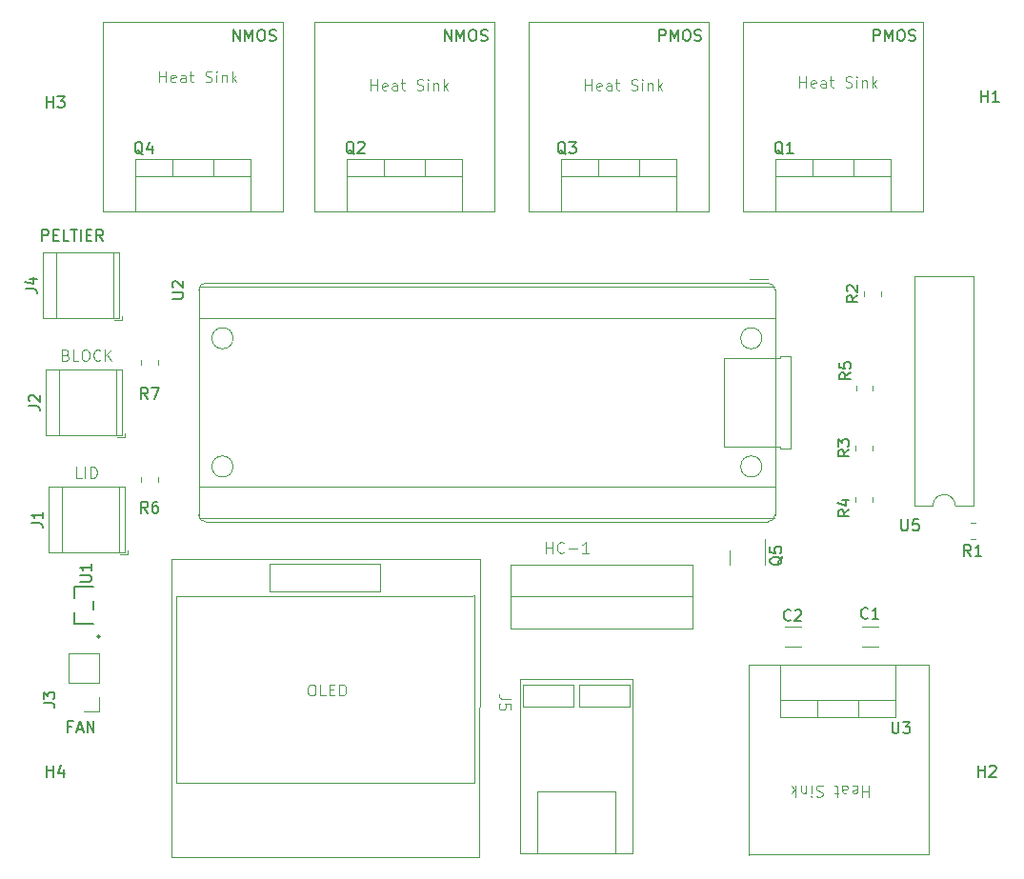
<source format=gbr>
%TF.GenerationSoftware,KiCad,Pcbnew,7.0.10*%
%TF.CreationDate,2024-03-26T13:20:44+05:30*%
%TF.ProjectId,PocketPCR,506f636b-6574-4504-9352-2e6b69636164,rev?*%
%TF.SameCoordinates,Original*%
%TF.FileFunction,Legend,Top*%
%TF.FilePolarity,Positive*%
%FSLAX46Y46*%
G04 Gerber Fmt 4.6, Leading zero omitted, Abs format (unit mm)*
G04 Created by KiCad (PCBNEW 7.0.10) date 2024-03-26 13:20:44*
%MOMM*%
%LPD*%
G01*
G04 APERTURE LIST*
%ADD10C,0.150000*%
%ADD11C,0.125000*%
%ADD12C,0.200000*%
%ADD13C,0.100000*%
%ADD14C,0.120000*%
%ADD15C,0.152400*%
G04 APERTURE END LIST*
D10*
X159086779Y-53971819D02*
X159086779Y-52971819D01*
X159086779Y-52971819D02*
X159467731Y-52971819D01*
X159467731Y-52971819D02*
X159562969Y-53019438D01*
X159562969Y-53019438D02*
X159610588Y-53067057D01*
X159610588Y-53067057D02*
X159658207Y-53162295D01*
X159658207Y-53162295D02*
X159658207Y-53305152D01*
X159658207Y-53305152D02*
X159610588Y-53400390D01*
X159610588Y-53400390D02*
X159562969Y-53448009D01*
X159562969Y-53448009D02*
X159467731Y-53495628D01*
X159467731Y-53495628D02*
X159086779Y-53495628D01*
X160086779Y-53971819D02*
X160086779Y-52971819D01*
X160086779Y-52971819D02*
X160420112Y-53686104D01*
X160420112Y-53686104D02*
X160753445Y-52971819D01*
X160753445Y-52971819D02*
X160753445Y-53971819D01*
X161420112Y-52971819D02*
X161610588Y-52971819D01*
X161610588Y-52971819D02*
X161705826Y-53019438D01*
X161705826Y-53019438D02*
X161801064Y-53114676D01*
X161801064Y-53114676D02*
X161848683Y-53305152D01*
X161848683Y-53305152D02*
X161848683Y-53638485D01*
X161848683Y-53638485D02*
X161801064Y-53828961D01*
X161801064Y-53828961D02*
X161705826Y-53924200D01*
X161705826Y-53924200D02*
X161610588Y-53971819D01*
X161610588Y-53971819D02*
X161420112Y-53971819D01*
X161420112Y-53971819D02*
X161324874Y-53924200D01*
X161324874Y-53924200D02*
X161229636Y-53828961D01*
X161229636Y-53828961D02*
X161182017Y-53638485D01*
X161182017Y-53638485D02*
X161182017Y-53305152D01*
X161182017Y-53305152D02*
X161229636Y-53114676D01*
X161229636Y-53114676D02*
X161324874Y-53019438D01*
X161324874Y-53019438D02*
X161420112Y-52971819D01*
X162229636Y-53924200D02*
X162372493Y-53971819D01*
X162372493Y-53971819D02*
X162610588Y-53971819D01*
X162610588Y-53971819D02*
X162705826Y-53924200D01*
X162705826Y-53924200D02*
X162753445Y-53876580D01*
X162753445Y-53876580D02*
X162801064Y-53781342D01*
X162801064Y-53781342D02*
X162801064Y-53686104D01*
X162801064Y-53686104D02*
X162753445Y-53590866D01*
X162753445Y-53590866D02*
X162705826Y-53543247D01*
X162705826Y-53543247D02*
X162610588Y-53495628D01*
X162610588Y-53495628D02*
X162420112Y-53448009D01*
X162420112Y-53448009D02*
X162324874Y-53400390D01*
X162324874Y-53400390D02*
X162277255Y-53352771D01*
X162277255Y-53352771D02*
X162229636Y-53257533D01*
X162229636Y-53257533D02*
X162229636Y-53162295D01*
X162229636Y-53162295D02*
X162277255Y-53067057D01*
X162277255Y-53067057D02*
X162324874Y-53019438D01*
X162324874Y-53019438D02*
X162420112Y-52971819D01*
X162420112Y-52971819D02*
X162658207Y-52971819D01*
X162658207Y-52971819D02*
X162801064Y-53019438D01*
D11*
X88680521Y-92835119D02*
X88204331Y-92835119D01*
X88204331Y-92835119D02*
X88204331Y-91835119D01*
X89013855Y-92835119D02*
X89013855Y-91835119D01*
X89490045Y-92835119D02*
X89490045Y-91835119D01*
X89490045Y-91835119D02*
X89728140Y-91835119D01*
X89728140Y-91835119D02*
X89870997Y-91882738D01*
X89870997Y-91882738D02*
X89966235Y-91977976D01*
X89966235Y-91977976D02*
X90013854Y-92073214D01*
X90013854Y-92073214D02*
X90061473Y-92263690D01*
X90061473Y-92263690D02*
X90061473Y-92406547D01*
X90061473Y-92406547D02*
X90013854Y-92597023D01*
X90013854Y-92597023D02*
X89966235Y-92692261D01*
X89966235Y-92692261D02*
X89870997Y-92787500D01*
X89870997Y-92787500D02*
X89728140Y-92835119D01*
X89728140Y-92835119D02*
X89490045Y-92835119D01*
D10*
X85172779Y-71751819D02*
X85172779Y-70751819D01*
X85172779Y-70751819D02*
X85553731Y-70751819D01*
X85553731Y-70751819D02*
X85648969Y-70799438D01*
X85648969Y-70799438D02*
X85696588Y-70847057D01*
X85696588Y-70847057D02*
X85744207Y-70942295D01*
X85744207Y-70942295D02*
X85744207Y-71085152D01*
X85744207Y-71085152D02*
X85696588Y-71180390D01*
X85696588Y-71180390D02*
X85648969Y-71228009D01*
X85648969Y-71228009D02*
X85553731Y-71275628D01*
X85553731Y-71275628D02*
X85172779Y-71275628D01*
X86172779Y-71228009D02*
X86506112Y-71228009D01*
X86648969Y-71751819D02*
X86172779Y-71751819D01*
X86172779Y-71751819D02*
X86172779Y-70751819D01*
X86172779Y-70751819D02*
X86648969Y-70751819D01*
X87553731Y-71751819D02*
X87077541Y-71751819D01*
X87077541Y-71751819D02*
X87077541Y-70751819D01*
X87744208Y-70751819D02*
X88315636Y-70751819D01*
X88029922Y-71751819D02*
X88029922Y-70751819D01*
X88648970Y-71751819D02*
X88648970Y-70751819D01*
X89125160Y-71228009D02*
X89458493Y-71228009D01*
X89601350Y-71751819D02*
X89125160Y-71751819D01*
X89125160Y-71751819D02*
X89125160Y-70751819D01*
X89125160Y-70751819D02*
X89601350Y-70751819D01*
X90601350Y-71751819D02*
X90268017Y-71275628D01*
X90029922Y-71751819D02*
X90029922Y-70751819D01*
X90029922Y-70751819D02*
X90410874Y-70751819D01*
X90410874Y-70751819D02*
X90506112Y-70799438D01*
X90506112Y-70799438D02*
X90553731Y-70847057D01*
X90553731Y-70847057D02*
X90601350Y-70942295D01*
X90601350Y-70942295D02*
X90601350Y-71085152D01*
X90601350Y-71085152D02*
X90553731Y-71180390D01*
X90553731Y-71180390D02*
X90506112Y-71228009D01*
X90506112Y-71228009D02*
X90410874Y-71275628D01*
X90410874Y-71275628D02*
X90029922Y-71275628D01*
X140036779Y-53971819D02*
X140036779Y-52971819D01*
X140036779Y-52971819D02*
X140417731Y-52971819D01*
X140417731Y-52971819D02*
X140512969Y-53019438D01*
X140512969Y-53019438D02*
X140560588Y-53067057D01*
X140560588Y-53067057D02*
X140608207Y-53162295D01*
X140608207Y-53162295D02*
X140608207Y-53305152D01*
X140608207Y-53305152D02*
X140560588Y-53400390D01*
X140560588Y-53400390D02*
X140512969Y-53448009D01*
X140512969Y-53448009D02*
X140417731Y-53495628D01*
X140417731Y-53495628D02*
X140036779Y-53495628D01*
X141036779Y-53971819D02*
X141036779Y-52971819D01*
X141036779Y-52971819D02*
X141370112Y-53686104D01*
X141370112Y-53686104D02*
X141703445Y-52971819D01*
X141703445Y-52971819D02*
X141703445Y-53971819D01*
X142370112Y-52971819D02*
X142560588Y-52971819D01*
X142560588Y-52971819D02*
X142655826Y-53019438D01*
X142655826Y-53019438D02*
X142751064Y-53114676D01*
X142751064Y-53114676D02*
X142798683Y-53305152D01*
X142798683Y-53305152D02*
X142798683Y-53638485D01*
X142798683Y-53638485D02*
X142751064Y-53828961D01*
X142751064Y-53828961D02*
X142655826Y-53924200D01*
X142655826Y-53924200D02*
X142560588Y-53971819D01*
X142560588Y-53971819D02*
X142370112Y-53971819D01*
X142370112Y-53971819D02*
X142274874Y-53924200D01*
X142274874Y-53924200D02*
X142179636Y-53828961D01*
X142179636Y-53828961D02*
X142132017Y-53638485D01*
X142132017Y-53638485D02*
X142132017Y-53305152D01*
X142132017Y-53305152D02*
X142179636Y-53114676D01*
X142179636Y-53114676D02*
X142274874Y-53019438D01*
X142274874Y-53019438D02*
X142370112Y-52971819D01*
X143179636Y-53924200D02*
X143322493Y-53971819D01*
X143322493Y-53971819D02*
X143560588Y-53971819D01*
X143560588Y-53971819D02*
X143655826Y-53924200D01*
X143655826Y-53924200D02*
X143703445Y-53876580D01*
X143703445Y-53876580D02*
X143751064Y-53781342D01*
X143751064Y-53781342D02*
X143751064Y-53686104D01*
X143751064Y-53686104D02*
X143703445Y-53590866D01*
X143703445Y-53590866D02*
X143655826Y-53543247D01*
X143655826Y-53543247D02*
X143560588Y-53495628D01*
X143560588Y-53495628D02*
X143370112Y-53448009D01*
X143370112Y-53448009D02*
X143274874Y-53400390D01*
X143274874Y-53400390D02*
X143227255Y-53352771D01*
X143227255Y-53352771D02*
X143179636Y-53257533D01*
X143179636Y-53257533D02*
X143179636Y-53162295D01*
X143179636Y-53162295D02*
X143227255Y-53067057D01*
X143227255Y-53067057D02*
X143274874Y-53019438D01*
X143274874Y-53019438D02*
X143370112Y-52971819D01*
X143370112Y-52971819D02*
X143608207Y-52971819D01*
X143608207Y-52971819D02*
X143751064Y-53019438D01*
X102190779Y-53971819D02*
X102190779Y-52971819D01*
X102190779Y-52971819D02*
X102762207Y-53971819D01*
X102762207Y-53971819D02*
X102762207Y-52971819D01*
X103238398Y-53971819D02*
X103238398Y-52971819D01*
X103238398Y-52971819D02*
X103571731Y-53686104D01*
X103571731Y-53686104D02*
X103905064Y-52971819D01*
X103905064Y-52971819D02*
X103905064Y-53971819D01*
X104571731Y-52971819D02*
X104762207Y-52971819D01*
X104762207Y-52971819D02*
X104857445Y-53019438D01*
X104857445Y-53019438D02*
X104952683Y-53114676D01*
X104952683Y-53114676D02*
X105000302Y-53305152D01*
X105000302Y-53305152D02*
X105000302Y-53638485D01*
X105000302Y-53638485D02*
X104952683Y-53828961D01*
X104952683Y-53828961D02*
X104857445Y-53924200D01*
X104857445Y-53924200D02*
X104762207Y-53971819D01*
X104762207Y-53971819D02*
X104571731Y-53971819D01*
X104571731Y-53971819D02*
X104476493Y-53924200D01*
X104476493Y-53924200D02*
X104381255Y-53828961D01*
X104381255Y-53828961D02*
X104333636Y-53638485D01*
X104333636Y-53638485D02*
X104333636Y-53305152D01*
X104333636Y-53305152D02*
X104381255Y-53114676D01*
X104381255Y-53114676D02*
X104476493Y-53019438D01*
X104476493Y-53019438D02*
X104571731Y-52971819D01*
X105381255Y-53924200D02*
X105524112Y-53971819D01*
X105524112Y-53971819D02*
X105762207Y-53971819D01*
X105762207Y-53971819D02*
X105857445Y-53924200D01*
X105857445Y-53924200D02*
X105905064Y-53876580D01*
X105905064Y-53876580D02*
X105952683Y-53781342D01*
X105952683Y-53781342D02*
X105952683Y-53686104D01*
X105952683Y-53686104D02*
X105905064Y-53590866D01*
X105905064Y-53590866D02*
X105857445Y-53543247D01*
X105857445Y-53543247D02*
X105762207Y-53495628D01*
X105762207Y-53495628D02*
X105571731Y-53448009D01*
X105571731Y-53448009D02*
X105476493Y-53400390D01*
X105476493Y-53400390D02*
X105428874Y-53352771D01*
X105428874Y-53352771D02*
X105381255Y-53257533D01*
X105381255Y-53257533D02*
X105381255Y-53162295D01*
X105381255Y-53162295D02*
X105428874Y-53067057D01*
X105428874Y-53067057D02*
X105476493Y-53019438D01*
X105476493Y-53019438D02*
X105571731Y-52971819D01*
X105571731Y-52971819D02*
X105809826Y-52971819D01*
X105809826Y-52971819D02*
X105952683Y-53019438D01*
X120986779Y-53971819D02*
X120986779Y-52971819D01*
X120986779Y-52971819D02*
X121558207Y-53971819D01*
X121558207Y-53971819D02*
X121558207Y-52971819D01*
X122034398Y-53971819D02*
X122034398Y-52971819D01*
X122034398Y-52971819D02*
X122367731Y-53686104D01*
X122367731Y-53686104D02*
X122701064Y-52971819D01*
X122701064Y-52971819D02*
X122701064Y-53971819D01*
X123367731Y-52971819D02*
X123558207Y-52971819D01*
X123558207Y-52971819D02*
X123653445Y-53019438D01*
X123653445Y-53019438D02*
X123748683Y-53114676D01*
X123748683Y-53114676D02*
X123796302Y-53305152D01*
X123796302Y-53305152D02*
X123796302Y-53638485D01*
X123796302Y-53638485D02*
X123748683Y-53828961D01*
X123748683Y-53828961D02*
X123653445Y-53924200D01*
X123653445Y-53924200D02*
X123558207Y-53971819D01*
X123558207Y-53971819D02*
X123367731Y-53971819D01*
X123367731Y-53971819D02*
X123272493Y-53924200D01*
X123272493Y-53924200D02*
X123177255Y-53828961D01*
X123177255Y-53828961D02*
X123129636Y-53638485D01*
X123129636Y-53638485D02*
X123129636Y-53305152D01*
X123129636Y-53305152D02*
X123177255Y-53114676D01*
X123177255Y-53114676D02*
X123272493Y-53019438D01*
X123272493Y-53019438D02*
X123367731Y-52971819D01*
X124177255Y-53924200D02*
X124320112Y-53971819D01*
X124320112Y-53971819D02*
X124558207Y-53971819D01*
X124558207Y-53971819D02*
X124653445Y-53924200D01*
X124653445Y-53924200D02*
X124701064Y-53876580D01*
X124701064Y-53876580D02*
X124748683Y-53781342D01*
X124748683Y-53781342D02*
X124748683Y-53686104D01*
X124748683Y-53686104D02*
X124701064Y-53590866D01*
X124701064Y-53590866D02*
X124653445Y-53543247D01*
X124653445Y-53543247D02*
X124558207Y-53495628D01*
X124558207Y-53495628D02*
X124367731Y-53448009D01*
X124367731Y-53448009D02*
X124272493Y-53400390D01*
X124272493Y-53400390D02*
X124224874Y-53352771D01*
X124224874Y-53352771D02*
X124177255Y-53257533D01*
X124177255Y-53257533D02*
X124177255Y-53162295D01*
X124177255Y-53162295D02*
X124224874Y-53067057D01*
X124224874Y-53067057D02*
X124272493Y-53019438D01*
X124272493Y-53019438D02*
X124367731Y-52971819D01*
X124367731Y-52971819D02*
X124605826Y-52971819D01*
X124605826Y-52971819D02*
X124748683Y-53019438D01*
D12*
X87825006Y-114913409D02*
X87491673Y-114913409D01*
X87491673Y-115437219D02*
X87491673Y-114437219D01*
X87491673Y-114437219D02*
X87967863Y-114437219D01*
X88301197Y-115151504D02*
X88777387Y-115151504D01*
X88205959Y-115437219D02*
X88539292Y-114437219D01*
X88539292Y-114437219D02*
X88872625Y-115437219D01*
X89205959Y-115437219D02*
X89205959Y-114437219D01*
X89205959Y-114437219D02*
X89777387Y-115437219D01*
X89777387Y-115437219D02*
X89777387Y-114437219D01*
D11*
X87267664Y-81897309D02*
X87410521Y-81944928D01*
X87410521Y-81944928D02*
X87458140Y-81992547D01*
X87458140Y-81992547D02*
X87505759Y-82087785D01*
X87505759Y-82087785D02*
X87505759Y-82230642D01*
X87505759Y-82230642D02*
X87458140Y-82325880D01*
X87458140Y-82325880D02*
X87410521Y-82373500D01*
X87410521Y-82373500D02*
X87315283Y-82421119D01*
X87315283Y-82421119D02*
X86934331Y-82421119D01*
X86934331Y-82421119D02*
X86934331Y-81421119D01*
X86934331Y-81421119D02*
X87267664Y-81421119D01*
X87267664Y-81421119D02*
X87362902Y-81468738D01*
X87362902Y-81468738D02*
X87410521Y-81516357D01*
X87410521Y-81516357D02*
X87458140Y-81611595D01*
X87458140Y-81611595D02*
X87458140Y-81706833D01*
X87458140Y-81706833D02*
X87410521Y-81802071D01*
X87410521Y-81802071D02*
X87362902Y-81849690D01*
X87362902Y-81849690D02*
X87267664Y-81897309D01*
X87267664Y-81897309D02*
X86934331Y-81897309D01*
X88410521Y-82421119D02*
X87934331Y-82421119D01*
X87934331Y-82421119D02*
X87934331Y-81421119D01*
X88934331Y-81421119D02*
X89124807Y-81421119D01*
X89124807Y-81421119D02*
X89220045Y-81468738D01*
X89220045Y-81468738D02*
X89315283Y-81563976D01*
X89315283Y-81563976D02*
X89362902Y-81754452D01*
X89362902Y-81754452D02*
X89362902Y-82087785D01*
X89362902Y-82087785D02*
X89315283Y-82278261D01*
X89315283Y-82278261D02*
X89220045Y-82373500D01*
X89220045Y-82373500D02*
X89124807Y-82421119D01*
X89124807Y-82421119D02*
X88934331Y-82421119D01*
X88934331Y-82421119D02*
X88839093Y-82373500D01*
X88839093Y-82373500D02*
X88743855Y-82278261D01*
X88743855Y-82278261D02*
X88696236Y-82087785D01*
X88696236Y-82087785D02*
X88696236Y-81754452D01*
X88696236Y-81754452D02*
X88743855Y-81563976D01*
X88743855Y-81563976D02*
X88839093Y-81468738D01*
X88839093Y-81468738D02*
X88934331Y-81421119D01*
X90362902Y-82325880D02*
X90315283Y-82373500D01*
X90315283Y-82373500D02*
X90172426Y-82421119D01*
X90172426Y-82421119D02*
X90077188Y-82421119D01*
X90077188Y-82421119D02*
X89934331Y-82373500D01*
X89934331Y-82373500D02*
X89839093Y-82278261D01*
X89839093Y-82278261D02*
X89791474Y-82183023D01*
X89791474Y-82183023D02*
X89743855Y-81992547D01*
X89743855Y-81992547D02*
X89743855Y-81849690D01*
X89743855Y-81849690D02*
X89791474Y-81659214D01*
X89791474Y-81659214D02*
X89839093Y-81563976D01*
X89839093Y-81563976D02*
X89934331Y-81468738D01*
X89934331Y-81468738D02*
X90077188Y-81421119D01*
X90077188Y-81421119D02*
X90172426Y-81421119D01*
X90172426Y-81421119D02*
X90315283Y-81468738D01*
X90315283Y-81468738D02*
X90362902Y-81516357D01*
X90791474Y-82421119D02*
X90791474Y-81421119D01*
X91362902Y-82421119D02*
X90934331Y-81849690D01*
X91362902Y-81421119D02*
X90791474Y-81992547D01*
D10*
X85598095Y-59890819D02*
X85598095Y-58890819D01*
X85598095Y-59367009D02*
X86169523Y-59367009D01*
X86169523Y-59890819D02*
X86169523Y-58890819D01*
X86550476Y-58890819D02*
X87169523Y-58890819D01*
X87169523Y-58890819D02*
X86836190Y-59271771D01*
X86836190Y-59271771D02*
X86979047Y-59271771D01*
X86979047Y-59271771D02*
X87074285Y-59319390D01*
X87074285Y-59319390D02*
X87121904Y-59367009D01*
X87121904Y-59367009D02*
X87169523Y-59462247D01*
X87169523Y-59462247D02*
X87169523Y-59700342D01*
X87169523Y-59700342D02*
X87121904Y-59795580D01*
X87121904Y-59795580D02*
X87074285Y-59843200D01*
X87074285Y-59843200D02*
X86979047Y-59890819D01*
X86979047Y-59890819D02*
X86693333Y-59890819D01*
X86693333Y-59890819D02*
X86598095Y-59843200D01*
X86598095Y-59843200D02*
X86550476Y-59795580D01*
X167727333Y-99768819D02*
X167394000Y-99292628D01*
X167155905Y-99768819D02*
X167155905Y-98768819D01*
X167155905Y-98768819D02*
X167536857Y-98768819D01*
X167536857Y-98768819D02*
X167632095Y-98816438D01*
X167632095Y-98816438D02*
X167679714Y-98864057D01*
X167679714Y-98864057D02*
X167727333Y-98959295D01*
X167727333Y-98959295D02*
X167727333Y-99102152D01*
X167727333Y-99102152D02*
X167679714Y-99197390D01*
X167679714Y-99197390D02*
X167632095Y-99245009D01*
X167632095Y-99245009D02*
X167536857Y-99292628D01*
X167536857Y-99292628D02*
X167155905Y-99292628D01*
X168679714Y-99768819D02*
X168108286Y-99768819D01*
X168394000Y-99768819D02*
X168394000Y-98768819D01*
X168394000Y-98768819D02*
X168298762Y-98911676D01*
X168298762Y-98911676D02*
X168203524Y-99006914D01*
X168203524Y-99006914D02*
X168108286Y-99054533D01*
X157680819Y-76620666D02*
X157204628Y-76953999D01*
X157680819Y-77192094D02*
X156680819Y-77192094D01*
X156680819Y-77192094D02*
X156680819Y-76811142D01*
X156680819Y-76811142D02*
X156728438Y-76715904D01*
X156728438Y-76715904D02*
X156776057Y-76668285D01*
X156776057Y-76668285D02*
X156871295Y-76620666D01*
X156871295Y-76620666D02*
X157014152Y-76620666D01*
X157014152Y-76620666D02*
X157109390Y-76668285D01*
X157109390Y-76668285D02*
X157157009Y-76715904D01*
X157157009Y-76715904D02*
X157204628Y-76811142D01*
X157204628Y-76811142D02*
X157204628Y-77192094D01*
X156776057Y-76239713D02*
X156728438Y-76192094D01*
X156728438Y-76192094D02*
X156680819Y-76096856D01*
X156680819Y-76096856D02*
X156680819Y-75858761D01*
X156680819Y-75858761D02*
X156728438Y-75763523D01*
X156728438Y-75763523D02*
X156776057Y-75715904D01*
X156776057Y-75715904D02*
X156871295Y-75668285D01*
X156871295Y-75668285D02*
X156966533Y-75668285D01*
X156966533Y-75668285D02*
X157109390Y-75715904D01*
X157109390Y-75715904D02*
X157680819Y-76287332D01*
X157680819Y-76287332D02*
X157680819Y-75668285D01*
X150984057Y-99820238D02*
X150936438Y-99915476D01*
X150936438Y-99915476D02*
X150841200Y-100010714D01*
X150841200Y-100010714D02*
X150698342Y-100153571D01*
X150698342Y-100153571D02*
X150650723Y-100248809D01*
X150650723Y-100248809D02*
X150650723Y-100344047D01*
X150888819Y-100296428D02*
X150841200Y-100391666D01*
X150841200Y-100391666D02*
X150745961Y-100486904D01*
X150745961Y-100486904D02*
X150555485Y-100534523D01*
X150555485Y-100534523D02*
X150222152Y-100534523D01*
X150222152Y-100534523D02*
X150031676Y-100486904D01*
X150031676Y-100486904D02*
X149936438Y-100391666D01*
X149936438Y-100391666D02*
X149888819Y-100296428D01*
X149888819Y-100296428D02*
X149888819Y-100105952D01*
X149888819Y-100105952D02*
X149936438Y-100010714D01*
X149936438Y-100010714D02*
X150031676Y-99915476D01*
X150031676Y-99915476D02*
X150222152Y-99867857D01*
X150222152Y-99867857D02*
X150555485Y-99867857D01*
X150555485Y-99867857D02*
X150745961Y-99915476D01*
X150745961Y-99915476D02*
X150841200Y-100010714D01*
X150841200Y-100010714D02*
X150888819Y-100105952D01*
X150888819Y-100105952D02*
X150888819Y-100296428D01*
X149888819Y-98963095D02*
X149888819Y-99439285D01*
X149888819Y-99439285D02*
X150365009Y-99486904D01*
X150365009Y-99486904D02*
X150317390Y-99439285D01*
X150317390Y-99439285D02*
X150269771Y-99344047D01*
X150269771Y-99344047D02*
X150269771Y-99105952D01*
X150269771Y-99105952D02*
X150317390Y-99010714D01*
X150317390Y-99010714D02*
X150365009Y-98963095D01*
X150365009Y-98963095D02*
X150460247Y-98915476D01*
X150460247Y-98915476D02*
X150698342Y-98915476D01*
X150698342Y-98915476D02*
X150793580Y-98963095D01*
X150793580Y-98963095D02*
X150841200Y-99010714D01*
X150841200Y-99010714D02*
X150888819Y-99105952D01*
X150888819Y-99105952D02*
X150888819Y-99344047D01*
X150888819Y-99344047D02*
X150841200Y-99439285D01*
X150841200Y-99439285D02*
X150793580Y-99486904D01*
X161554095Y-96497819D02*
X161554095Y-97307342D01*
X161554095Y-97307342D02*
X161601714Y-97402580D01*
X161601714Y-97402580D02*
X161649333Y-97450200D01*
X161649333Y-97450200D02*
X161744571Y-97497819D01*
X161744571Y-97497819D02*
X161935047Y-97497819D01*
X161935047Y-97497819D02*
X162030285Y-97450200D01*
X162030285Y-97450200D02*
X162077904Y-97402580D01*
X162077904Y-97402580D02*
X162125523Y-97307342D01*
X162125523Y-97307342D02*
X162125523Y-96497819D01*
X163077904Y-96497819D02*
X162601714Y-96497819D01*
X162601714Y-96497819D02*
X162554095Y-96974009D01*
X162554095Y-96974009D02*
X162601714Y-96926390D01*
X162601714Y-96926390D02*
X162696952Y-96878771D01*
X162696952Y-96878771D02*
X162935047Y-96878771D01*
X162935047Y-96878771D02*
X163030285Y-96926390D01*
X163030285Y-96926390D02*
X163077904Y-96974009D01*
X163077904Y-96974009D02*
X163125523Y-97069247D01*
X163125523Y-97069247D02*
X163125523Y-97307342D01*
X163125523Y-97307342D02*
X163077904Y-97402580D01*
X163077904Y-97402580D02*
X163030285Y-97450200D01*
X163030285Y-97450200D02*
X162935047Y-97497819D01*
X162935047Y-97497819D02*
X162696952Y-97497819D01*
X162696952Y-97497819D02*
X162601714Y-97450200D01*
X162601714Y-97450200D02*
X162554095Y-97402580D01*
X94138761Y-64056057D02*
X94043523Y-64008438D01*
X94043523Y-64008438D02*
X93948285Y-63913200D01*
X93948285Y-63913200D02*
X93805428Y-63770342D01*
X93805428Y-63770342D02*
X93710190Y-63722723D01*
X93710190Y-63722723D02*
X93614952Y-63722723D01*
X93662571Y-63960819D02*
X93567333Y-63913200D01*
X93567333Y-63913200D02*
X93472095Y-63817961D01*
X93472095Y-63817961D02*
X93424476Y-63627485D01*
X93424476Y-63627485D02*
X93424476Y-63294152D01*
X93424476Y-63294152D02*
X93472095Y-63103676D01*
X93472095Y-63103676D02*
X93567333Y-63008438D01*
X93567333Y-63008438D02*
X93662571Y-62960819D01*
X93662571Y-62960819D02*
X93853047Y-62960819D01*
X93853047Y-62960819D02*
X93948285Y-63008438D01*
X93948285Y-63008438D02*
X94043523Y-63103676D01*
X94043523Y-63103676D02*
X94091142Y-63294152D01*
X94091142Y-63294152D02*
X94091142Y-63627485D01*
X94091142Y-63627485D02*
X94043523Y-63817961D01*
X94043523Y-63817961D02*
X93948285Y-63913200D01*
X93948285Y-63913200D02*
X93853047Y-63960819D01*
X93853047Y-63960819D02*
X93662571Y-63960819D01*
X94948285Y-63294152D02*
X94948285Y-63960819D01*
X94710190Y-62913200D02*
X94472095Y-63627485D01*
X94472095Y-63627485D02*
X95091142Y-63627485D01*
D13*
X95605884Y-57648419D02*
X95605884Y-56648419D01*
X95605884Y-57124609D02*
X96177312Y-57124609D01*
X96177312Y-57648419D02*
X96177312Y-56648419D01*
X97034455Y-57600800D02*
X96939217Y-57648419D01*
X96939217Y-57648419D02*
X96748741Y-57648419D01*
X96748741Y-57648419D02*
X96653503Y-57600800D01*
X96653503Y-57600800D02*
X96605884Y-57505561D01*
X96605884Y-57505561D02*
X96605884Y-57124609D01*
X96605884Y-57124609D02*
X96653503Y-57029371D01*
X96653503Y-57029371D02*
X96748741Y-56981752D01*
X96748741Y-56981752D02*
X96939217Y-56981752D01*
X96939217Y-56981752D02*
X97034455Y-57029371D01*
X97034455Y-57029371D02*
X97082074Y-57124609D01*
X97082074Y-57124609D02*
X97082074Y-57219847D01*
X97082074Y-57219847D02*
X96605884Y-57315085D01*
X97939217Y-57648419D02*
X97939217Y-57124609D01*
X97939217Y-57124609D02*
X97891598Y-57029371D01*
X97891598Y-57029371D02*
X97796360Y-56981752D01*
X97796360Y-56981752D02*
X97605884Y-56981752D01*
X97605884Y-56981752D02*
X97510646Y-57029371D01*
X97939217Y-57600800D02*
X97843979Y-57648419D01*
X97843979Y-57648419D02*
X97605884Y-57648419D01*
X97605884Y-57648419D02*
X97510646Y-57600800D01*
X97510646Y-57600800D02*
X97463027Y-57505561D01*
X97463027Y-57505561D02*
X97463027Y-57410323D01*
X97463027Y-57410323D02*
X97510646Y-57315085D01*
X97510646Y-57315085D02*
X97605884Y-57267466D01*
X97605884Y-57267466D02*
X97843979Y-57267466D01*
X97843979Y-57267466D02*
X97939217Y-57219847D01*
X98272551Y-56981752D02*
X98653503Y-56981752D01*
X98415408Y-56648419D02*
X98415408Y-57505561D01*
X98415408Y-57505561D02*
X98463027Y-57600800D01*
X98463027Y-57600800D02*
X98558265Y-57648419D01*
X98558265Y-57648419D02*
X98653503Y-57648419D01*
X99701123Y-57600800D02*
X99843980Y-57648419D01*
X99843980Y-57648419D02*
X100082075Y-57648419D01*
X100082075Y-57648419D02*
X100177313Y-57600800D01*
X100177313Y-57600800D02*
X100224932Y-57553180D01*
X100224932Y-57553180D02*
X100272551Y-57457942D01*
X100272551Y-57457942D02*
X100272551Y-57362704D01*
X100272551Y-57362704D02*
X100224932Y-57267466D01*
X100224932Y-57267466D02*
X100177313Y-57219847D01*
X100177313Y-57219847D02*
X100082075Y-57172228D01*
X100082075Y-57172228D02*
X99891599Y-57124609D01*
X99891599Y-57124609D02*
X99796361Y-57076990D01*
X99796361Y-57076990D02*
X99748742Y-57029371D01*
X99748742Y-57029371D02*
X99701123Y-56934133D01*
X99701123Y-56934133D02*
X99701123Y-56838895D01*
X99701123Y-56838895D02*
X99748742Y-56743657D01*
X99748742Y-56743657D02*
X99796361Y-56696038D01*
X99796361Y-56696038D02*
X99891599Y-56648419D01*
X99891599Y-56648419D02*
X100129694Y-56648419D01*
X100129694Y-56648419D02*
X100272551Y-56696038D01*
X100701123Y-57648419D02*
X100701123Y-56981752D01*
X100701123Y-56648419D02*
X100653504Y-56696038D01*
X100653504Y-56696038D02*
X100701123Y-56743657D01*
X100701123Y-56743657D02*
X100748742Y-56696038D01*
X100748742Y-56696038D02*
X100701123Y-56648419D01*
X100701123Y-56648419D02*
X100701123Y-56743657D01*
X101177313Y-56981752D02*
X101177313Y-57648419D01*
X101177313Y-57076990D02*
X101224932Y-57029371D01*
X101224932Y-57029371D02*
X101320170Y-56981752D01*
X101320170Y-56981752D02*
X101463027Y-56981752D01*
X101463027Y-56981752D02*
X101558265Y-57029371D01*
X101558265Y-57029371D02*
X101605884Y-57124609D01*
X101605884Y-57124609D02*
X101605884Y-57648419D01*
X102082075Y-57648419D02*
X102082075Y-56648419D01*
X102177313Y-57267466D02*
X102463027Y-57648419D01*
X102463027Y-56981752D02*
X102082075Y-57362704D01*
D10*
X83730819Y-76025333D02*
X84445104Y-76025333D01*
X84445104Y-76025333D02*
X84587961Y-76072952D01*
X84587961Y-76072952D02*
X84683200Y-76168190D01*
X84683200Y-76168190D02*
X84730819Y-76311047D01*
X84730819Y-76311047D02*
X84730819Y-76406285D01*
X84064152Y-75120571D02*
X84730819Y-75120571D01*
X83683200Y-75358666D02*
X84397485Y-75596761D01*
X84397485Y-75596761D02*
X84397485Y-74977714D01*
X84238819Y-96853333D02*
X84953104Y-96853333D01*
X84953104Y-96853333D02*
X85095961Y-96900952D01*
X85095961Y-96900952D02*
X85191200Y-96996190D01*
X85191200Y-96996190D02*
X85238819Y-97139047D01*
X85238819Y-97139047D02*
X85238819Y-97234285D01*
X85238819Y-95853333D02*
X85238819Y-96424761D01*
X85238819Y-96139047D02*
X84238819Y-96139047D01*
X84238819Y-96139047D02*
X84381676Y-96234285D01*
X84381676Y-96234285D02*
X84476914Y-96329523D01*
X84476914Y-96329523D02*
X84524533Y-96424761D01*
X85598095Y-119390819D02*
X85598095Y-118390819D01*
X85598095Y-118867009D02*
X86169523Y-118867009D01*
X86169523Y-119390819D02*
X86169523Y-118390819D01*
X87074285Y-118724152D02*
X87074285Y-119390819D01*
X86836190Y-118343200D02*
X86598095Y-119057485D01*
X86598095Y-119057485D02*
X87217142Y-119057485D01*
X156918819Y-90336666D02*
X156442628Y-90669999D01*
X156918819Y-90908094D02*
X155918819Y-90908094D01*
X155918819Y-90908094D02*
X155918819Y-90527142D01*
X155918819Y-90527142D02*
X155966438Y-90431904D01*
X155966438Y-90431904D02*
X156014057Y-90384285D01*
X156014057Y-90384285D02*
X156109295Y-90336666D01*
X156109295Y-90336666D02*
X156252152Y-90336666D01*
X156252152Y-90336666D02*
X156347390Y-90384285D01*
X156347390Y-90384285D02*
X156395009Y-90431904D01*
X156395009Y-90431904D02*
X156442628Y-90527142D01*
X156442628Y-90527142D02*
X156442628Y-90908094D01*
X155918819Y-90003332D02*
X155918819Y-89384285D01*
X155918819Y-89384285D02*
X156299771Y-89717618D01*
X156299771Y-89717618D02*
X156299771Y-89574761D01*
X156299771Y-89574761D02*
X156347390Y-89479523D01*
X156347390Y-89479523D02*
X156395009Y-89431904D01*
X156395009Y-89431904D02*
X156490247Y-89384285D01*
X156490247Y-89384285D02*
X156728342Y-89384285D01*
X156728342Y-89384285D02*
X156823580Y-89431904D01*
X156823580Y-89431904D02*
X156871200Y-89479523D01*
X156871200Y-89479523D02*
X156918819Y-89574761D01*
X156918819Y-89574761D02*
X156918819Y-89860475D01*
X156918819Y-89860475D02*
X156871200Y-89955713D01*
X156871200Y-89955713D02*
X156823580Y-90003332D01*
X168656095Y-59382819D02*
X168656095Y-58382819D01*
X168656095Y-58859009D02*
X169227523Y-58859009D01*
X169227523Y-59382819D02*
X169227523Y-58382819D01*
X170227523Y-59382819D02*
X169656095Y-59382819D01*
X169941809Y-59382819D02*
X169941809Y-58382819D01*
X169941809Y-58382819D02*
X169846571Y-58525676D01*
X169846571Y-58525676D02*
X169751333Y-58620914D01*
X169751333Y-58620914D02*
X169656095Y-58668533D01*
X151725333Y-105443580D02*
X151677714Y-105491200D01*
X151677714Y-105491200D02*
X151534857Y-105538819D01*
X151534857Y-105538819D02*
X151439619Y-105538819D01*
X151439619Y-105538819D02*
X151296762Y-105491200D01*
X151296762Y-105491200D02*
X151201524Y-105395961D01*
X151201524Y-105395961D02*
X151153905Y-105300723D01*
X151153905Y-105300723D02*
X151106286Y-105110247D01*
X151106286Y-105110247D02*
X151106286Y-104967390D01*
X151106286Y-104967390D02*
X151153905Y-104776914D01*
X151153905Y-104776914D02*
X151201524Y-104681676D01*
X151201524Y-104681676D02*
X151296762Y-104586438D01*
X151296762Y-104586438D02*
X151439619Y-104538819D01*
X151439619Y-104538819D02*
X151534857Y-104538819D01*
X151534857Y-104538819D02*
X151677714Y-104586438D01*
X151677714Y-104586438D02*
X151725333Y-104634057D01*
X152106286Y-104634057D02*
X152153905Y-104586438D01*
X152153905Y-104586438D02*
X152249143Y-104538819D01*
X152249143Y-104538819D02*
X152487238Y-104538819D01*
X152487238Y-104538819D02*
X152582476Y-104586438D01*
X152582476Y-104586438D02*
X152630095Y-104634057D01*
X152630095Y-104634057D02*
X152677714Y-104729295D01*
X152677714Y-104729295D02*
X152677714Y-104824533D01*
X152677714Y-104824533D02*
X152630095Y-104967390D01*
X152630095Y-104967390D02*
X152058667Y-105538819D01*
X152058667Y-105538819D02*
X152677714Y-105538819D01*
D13*
X109050360Y-111181419D02*
X109240836Y-111181419D01*
X109240836Y-111181419D02*
X109336074Y-111229038D01*
X109336074Y-111229038D02*
X109431312Y-111324276D01*
X109431312Y-111324276D02*
X109478931Y-111514752D01*
X109478931Y-111514752D02*
X109478931Y-111848085D01*
X109478931Y-111848085D02*
X109431312Y-112038561D01*
X109431312Y-112038561D02*
X109336074Y-112133800D01*
X109336074Y-112133800D02*
X109240836Y-112181419D01*
X109240836Y-112181419D02*
X109050360Y-112181419D01*
X109050360Y-112181419D02*
X108955122Y-112133800D01*
X108955122Y-112133800D02*
X108859884Y-112038561D01*
X108859884Y-112038561D02*
X108812265Y-111848085D01*
X108812265Y-111848085D02*
X108812265Y-111514752D01*
X108812265Y-111514752D02*
X108859884Y-111324276D01*
X108859884Y-111324276D02*
X108955122Y-111229038D01*
X108955122Y-111229038D02*
X109050360Y-111181419D01*
X110383693Y-112181419D02*
X109907503Y-112181419D01*
X109907503Y-112181419D02*
X109907503Y-111181419D01*
X110717027Y-111657609D02*
X111050360Y-111657609D01*
X111193217Y-112181419D02*
X110717027Y-112181419D01*
X110717027Y-112181419D02*
X110717027Y-111181419D01*
X110717027Y-111181419D02*
X111193217Y-111181419D01*
X111621789Y-112181419D02*
X111621789Y-111181419D01*
X111621789Y-111181419D02*
X111859884Y-111181419D01*
X111859884Y-111181419D02*
X112002741Y-111229038D01*
X112002741Y-111229038D02*
X112097979Y-111324276D01*
X112097979Y-111324276D02*
X112145598Y-111419514D01*
X112145598Y-111419514D02*
X112193217Y-111609990D01*
X112193217Y-111609990D02*
X112193217Y-111752847D01*
X112193217Y-111752847D02*
X112145598Y-111943323D01*
X112145598Y-111943323D02*
X112097979Y-112038561D01*
X112097979Y-112038561D02*
X112002741Y-112133800D01*
X112002741Y-112133800D02*
X111859884Y-112181419D01*
X111859884Y-112181419D02*
X111621789Y-112181419D01*
D10*
X88558019Y-102044404D02*
X89367542Y-102044404D01*
X89367542Y-102044404D02*
X89462780Y-101996785D01*
X89462780Y-101996785D02*
X89510400Y-101949166D01*
X89510400Y-101949166D02*
X89558019Y-101853928D01*
X89558019Y-101853928D02*
X89558019Y-101663452D01*
X89558019Y-101663452D02*
X89510400Y-101568214D01*
X89510400Y-101568214D02*
X89462780Y-101520595D01*
X89462780Y-101520595D02*
X89367542Y-101472976D01*
X89367542Y-101472976D02*
X88558019Y-101472976D01*
X89558019Y-100472976D02*
X89558019Y-101044404D01*
X89558019Y-100758690D02*
X88558019Y-100758690D01*
X88558019Y-100758690D02*
X88700876Y-100853928D01*
X88700876Y-100853928D02*
X88796114Y-100949166D01*
X88796114Y-100949166D02*
X88843733Y-101044404D01*
X94575333Y-95926819D02*
X94242000Y-95450628D01*
X94003905Y-95926819D02*
X94003905Y-94926819D01*
X94003905Y-94926819D02*
X94384857Y-94926819D01*
X94384857Y-94926819D02*
X94480095Y-94974438D01*
X94480095Y-94974438D02*
X94527714Y-95022057D01*
X94527714Y-95022057D02*
X94575333Y-95117295D01*
X94575333Y-95117295D02*
X94575333Y-95260152D01*
X94575333Y-95260152D02*
X94527714Y-95355390D01*
X94527714Y-95355390D02*
X94480095Y-95403009D01*
X94480095Y-95403009D02*
X94384857Y-95450628D01*
X94384857Y-95450628D02*
X94003905Y-95450628D01*
X95432476Y-94926819D02*
X95242000Y-94926819D01*
X95242000Y-94926819D02*
X95146762Y-94974438D01*
X95146762Y-94974438D02*
X95099143Y-95022057D01*
X95099143Y-95022057D02*
X95003905Y-95164914D01*
X95003905Y-95164914D02*
X94956286Y-95355390D01*
X94956286Y-95355390D02*
X94956286Y-95736342D01*
X94956286Y-95736342D02*
X95003905Y-95831580D01*
X95003905Y-95831580D02*
X95051524Y-95879200D01*
X95051524Y-95879200D02*
X95146762Y-95926819D01*
X95146762Y-95926819D02*
X95337238Y-95926819D01*
X95337238Y-95926819D02*
X95432476Y-95879200D01*
X95432476Y-95879200D02*
X95480095Y-95831580D01*
X95480095Y-95831580D02*
X95527714Y-95736342D01*
X95527714Y-95736342D02*
X95527714Y-95498247D01*
X95527714Y-95498247D02*
X95480095Y-95403009D01*
X95480095Y-95403009D02*
X95432476Y-95355390D01*
X95432476Y-95355390D02*
X95337238Y-95307771D01*
X95337238Y-95307771D02*
X95146762Y-95307771D01*
X95146762Y-95307771D02*
X95051524Y-95355390D01*
X95051524Y-95355390D02*
X95003905Y-95403009D01*
X95003905Y-95403009D02*
X94956286Y-95498247D01*
X158583333Y-105261580D02*
X158535714Y-105309200D01*
X158535714Y-105309200D02*
X158392857Y-105356819D01*
X158392857Y-105356819D02*
X158297619Y-105356819D01*
X158297619Y-105356819D02*
X158154762Y-105309200D01*
X158154762Y-105309200D02*
X158059524Y-105213961D01*
X158059524Y-105213961D02*
X158011905Y-105118723D01*
X158011905Y-105118723D02*
X157964286Y-104928247D01*
X157964286Y-104928247D02*
X157964286Y-104785390D01*
X157964286Y-104785390D02*
X158011905Y-104594914D01*
X158011905Y-104594914D02*
X158059524Y-104499676D01*
X158059524Y-104499676D02*
X158154762Y-104404438D01*
X158154762Y-104404438D02*
X158297619Y-104356819D01*
X158297619Y-104356819D02*
X158392857Y-104356819D01*
X158392857Y-104356819D02*
X158535714Y-104404438D01*
X158535714Y-104404438D02*
X158583333Y-104452057D01*
X159535714Y-105356819D02*
X158964286Y-105356819D01*
X159250000Y-105356819D02*
X159250000Y-104356819D01*
X159250000Y-104356819D02*
X159154762Y-104499676D01*
X159154762Y-104499676D02*
X159059524Y-104594914D01*
X159059524Y-104594914D02*
X158964286Y-104642533D01*
X168402095Y-119390819D02*
X168402095Y-118390819D01*
X168402095Y-118867009D02*
X168973523Y-118867009D01*
X168973523Y-119390819D02*
X168973523Y-118390819D01*
X169402095Y-118486057D02*
X169449714Y-118438438D01*
X169449714Y-118438438D02*
X169544952Y-118390819D01*
X169544952Y-118390819D02*
X169783047Y-118390819D01*
X169783047Y-118390819D02*
X169878285Y-118438438D01*
X169878285Y-118438438D02*
X169925904Y-118486057D01*
X169925904Y-118486057D02*
X169973523Y-118581295D01*
X169973523Y-118581295D02*
X169973523Y-118676533D01*
X169973523Y-118676533D02*
X169925904Y-118819390D01*
X169925904Y-118819390D02*
X169354476Y-119390819D01*
X169354476Y-119390819D02*
X169973523Y-119390819D01*
D13*
X126780580Y-112442666D02*
X126066295Y-112442666D01*
X126066295Y-112442666D02*
X125923438Y-112395047D01*
X125923438Y-112395047D02*
X125828200Y-112299809D01*
X125828200Y-112299809D02*
X125780580Y-112156952D01*
X125780580Y-112156952D02*
X125780580Y-112061714D01*
X126780580Y-113395047D02*
X126780580Y-112918857D01*
X126780580Y-112918857D02*
X126304390Y-112871238D01*
X126304390Y-112871238D02*
X126352009Y-112918857D01*
X126352009Y-112918857D02*
X126399628Y-113014095D01*
X126399628Y-113014095D02*
X126399628Y-113252190D01*
X126399628Y-113252190D02*
X126352009Y-113347428D01*
X126352009Y-113347428D02*
X126304390Y-113395047D01*
X126304390Y-113395047D02*
X126209152Y-113442666D01*
X126209152Y-113442666D02*
X125971057Y-113442666D01*
X125971057Y-113442666D02*
X125875819Y-113395047D01*
X125875819Y-113395047D02*
X125828200Y-113347428D01*
X125828200Y-113347428D02*
X125780580Y-113252190D01*
X125780580Y-113252190D02*
X125780580Y-113014095D01*
X125780580Y-113014095D02*
X125828200Y-112918857D01*
X125828200Y-112918857D02*
X125875819Y-112871238D01*
D10*
X151034761Y-64050057D02*
X150939523Y-64002438D01*
X150939523Y-64002438D02*
X150844285Y-63907200D01*
X150844285Y-63907200D02*
X150701428Y-63764342D01*
X150701428Y-63764342D02*
X150606190Y-63716723D01*
X150606190Y-63716723D02*
X150510952Y-63716723D01*
X150558571Y-63954819D02*
X150463333Y-63907200D01*
X150463333Y-63907200D02*
X150368095Y-63811961D01*
X150368095Y-63811961D02*
X150320476Y-63621485D01*
X150320476Y-63621485D02*
X150320476Y-63288152D01*
X150320476Y-63288152D02*
X150368095Y-63097676D01*
X150368095Y-63097676D02*
X150463333Y-63002438D01*
X150463333Y-63002438D02*
X150558571Y-62954819D01*
X150558571Y-62954819D02*
X150749047Y-62954819D01*
X150749047Y-62954819D02*
X150844285Y-63002438D01*
X150844285Y-63002438D02*
X150939523Y-63097676D01*
X150939523Y-63097676D02*
X150987142Y-63288152D01*
X150987142Y-63288152D02*
X150987142Y-63621485D01*
X150987142Y-63621485D02*
X150939523Y-63811961D01*
X150939523Y-63811961D02*
X150844285Y-63907200D01*
X150844285Y-63907200D02*
X150749047Y-63954819D01*
X150749047Y-63954819D02*
X150558571Y-63954819D01*
X151939523Y-63954819D02*
X151368095Y-63954819D01*
X151653809Y-63954819D02*
X151653809Y-62954819D01*
X151653809Y-62954819D02*
X151558571Y-63097676D01*
X151558571Y-63097676D02*
X151463333Y-63192914D01*
X151463333Y-63192914D02*
X151368095Y-63240533D01*
D13*
X152501884Y-58123419D02*
X152501884Y-57123419D01*
X152501884Y-57599609D02*
X153073312Y-57599609D01*
X153073312Y-58123419D02*
X153073312Y-57123419D01*
X153930455Y-58075800D02*
X153835217Y-58123419D01*
X153835217Y-58123419D02*
X153644741Y-58123419D01*
X153644741Y-58123419D02*
X153549503Y-58075800D01*
X153549503Y-58075800D02*
X153501884Y-57980561D01*
X153501884Y-57980561D02*
X153501884Y-57599609D01*
X153501884Y-57599609D02*
X153549503Y-57504371D01*
X153549503Y-57504371D02*
X153644741Y-57456752D01*
X153644741Y-57456752D02*
X153835217Y-57456752D01*
X153835217Y-57456752D02*
X153930455Y-57504371D01*
X153930455Y-57504371D02*
X153978074Y-57599609D01*
X153978074Y-57599609D02*
X153978074Y-57694847D01*
X153978074Y-57694847D02*
X153501884Y-57790085D01*
X154835217Y-58123419D02*
X154835217Y-57599609D01*
X154835217Y-57599609D02*
X154787598Y-57504371D01*
X154787598Y-57504371D02*
X154692360Y-57456752D01*
X154692360Y-57456752D02*
X154501884Y-57456752D01*
X154501884Y-57456752D02*
X154406646Y-57504371D01*
X154835217Y-58075800D02*
X154739979Y-58123419D01*
X154739979Y-58123419D02*
X154501884Y-58123419D01*
X154501884Y-58123419D02*
X154406646Y-58075800D01*
X154406646Y-58075800D02*
X154359027Y-57980561D01*
X154359027Y-57980561D02*
X154359027Y-57885323D01*
X154359027Y-57885323D02*
X154406646Y-57790085D01*
X154406646Y-57790085D02*
X154501884Y-57742466D01*
X154501884Y-57742466D02*
X154739979Y-57742466D01*
X154739979Y-57742466D02*
X154835217Y-57694847D01*
X155168551Y-57456752D02*
X155549503Y-57456752D01*
X155311408Y-57123419D02*
X155311408Y-57980561D01*
X155311408Y-57980561D02*
X155359027Y-58075800D01*
X155359027Y-58075800D02*
X155454265Y-58123419D01*
X155454265Y-58123419D02*
X155549503Y-58123419D01*
X156597123Y-58075800D02*
X156739980Y-58123419D01*
X156739980Y-58123419D02*
X156978075Y-58123419D01*
X156978075Y-58123419D02*
X157073313Y-58075800D01*
X157073313Y-58075800D02*
X157120932Y-58028180D01*
X157120932Y-58028180D02*
X157168551Y-57932942D01*
X157168551Y-57932942D02*
X157168551Y-57837704D01*
X157168551Y-57837704D02*
X157120932Y-57742466D01*
X157120932Y-57742466D02*
X157073313Y-57694847D01*
X157073313Y-57694847D02*
X156978075Y-57647228D01*
X156978075Y-57647228D02*
X156787599Y-57599609D01*
X156787599Y-57599609D02*
X156692361Y-57551990D01*
X156692361Y-57551990D02*
X156644742Y-57504371D01*
X156644742Y-57504371D02*
X156597123Y-57409133D01*
X156597123Y-57409133D02*
X156597123Y-57313895D01*
X156597123Y-57313895D02*
X156644742Y-57218657D01*
X156644742Y-57218657D02*
X156692361Y-57171038D01*
X156692361Y-57171038D02*
X156787599Y-57123419D01*
X156787599Y-57123419D02*
X157025694Y-57123419D01*
X157025694Y-57123419D02*
X157168551Y-57171038D01*
X157597123Y-58123419D02*
X157597123Y-57456752D01*
X157597123Y-57123419D02*
X157549504Y-57171038D01*
X157549504Y-57171038D02*
X157597123Y-57218657D01*
X157597123Y-57218657D02*
X157644742Y-57171038D01*
X157644742Y-57171038D02*
X157597123Y-57123419D01*
X157597123Y-57123419D02*
X157597123Y-57218657D01*
X158073313Y-57456752D02*
X158073313Y-58123419D01*
X158073313Y-57551990D02*
X158120932Y-57504371D01*
X158120932Y-57504371D02*
X158216170Y-57456752D01*
X158216170Y-57456752D02*
X158359027Y-57456752D01*
X158359027Y-57456752D02*
X158454265Y-57504371D01*
X158454265Y-57504371D02*
X158501884Y-57599609D01*
X158501884Y-57599609D02*
X158501884Y-58123419D01*
X158978075Y-58123419D02*
X158978075Y-57123419D01*
X159073313Y-57742466D02*
X159359027Y-58123419D01*
X159359027Y-57456752D02*
X158978075Y-57837704D01*
D10*
X85306819Y-112855333D02*
X86021104Y-112855333D01*
X86021104Y-112855333D02*
X86163961Y-112902952D01*
X86163961Y-112902952D02*
X86259200Y-112998190D01*
X86259200Y-112998190D02*
X86306819Y-113141047D01*
X86306819Y-113141047D02*
X86306819Y-113236285D01*
X85306819Y-112474380D02*
X85306819Y-111855333D01*
X85306819Y-111855333D02*
X85687771Y-112188666D01*
X85687771Y-112188666D02*
X85687771Y-112045809D01*
X85687771Y-112045809D02*
X85735390Y-111950571D01*
X85735390Y-111950571D02*
X85783009Y-111902952D01*
X85783009Y-111902952D02*
X85878247Y-111855333D01*
X85878247Y-111855333D02*
X86116342Y-111855333D01*
X86116342Y-111855333D02*
X86211580Y-111902952D01*
X86211580Y-111902952D02*
X86259200Y-111950571D01*
X86259200Y-111950571D02*
X86306819Y-112045809D01*
X86306819Y-112045809D02*
X86306819Y-112331523D01*
X86306819Y-112331523D02*
X86259200Y-112426761D01*
X86259200Y-112426761D02*
X86211580Y-112474380D01*
D13*
X129945048Y-99517419D02*
X129945048Y-98517419D01*
X129945048Y-98993609D02*
X130516476Y-98993609D01*
X130516476Y-99517419D02*
X130516476Y-98517419D01*
X131564095Y-99422180D02*
X131516476Y-99469800D01*
X131516476Y-99469800D02*
X131373619Y-99517419D01*
X131373619Y-99517419D02*
X131278381Y-99517419D01*
X131278381Y-99517419D02*
X131135524Y-99469800D01*
X131135524Y-99469800D02*
X131040286Y-99374561D01*
X131040286Y-99374561D02*
X130992667Y-99279323D01*
X130992667Y-99279323D02*
X130945048Y-99088847D01*
X130945048Y-99088847D02*
X130945048Y-98945990D01*
X130945048Y-98945990D02*
X130992667Y-98755514D01*
X130992667Y-98755514D02*
X131040286Y-98660276D01*
X131040286Y-98660276D02*
X131135524Y-98565038D01*
X131135524Y-98565038D02*
X131278381Y-98517419D01*
X131278381Y-98517419D02*
X131373619Y-98517419D01*
X131373619Y-98517419D02*
X131516476Y-98565038D01*
X131516476Y-98565038D02*
X131564095Y-98612657D01*
X131992667Y-99136466D02*
X132754572Y-99136466D01*
X133754571Y-99517419D02*
X133183143Y-99517419D01*
X133468857Y-99517419D02*
X133468857Y-98517419D01*
X133468857Y-98517419D02*
X133373619Y-98660276D01*
X133373619Y-98660276D02*
X133278381Y-98755514D01*
X133278381Y-98755514D02*
X133183143Y-98803133D01*
D10*
X156918819Y-95670666D02*
X156442628Y-96003999D01*
X156918819Y-96242094D02*
X155918819Y-96242094D01*
X155918819Y-96242094D02*
X155918819Y-95861142D01*
X155918819Y-95861142D02*
X155966438Y-95765904D01*
X155966438Y-95765904D02*
X156014057Y-95718285D01*
X156014057Y-95718285D02*
X156109295Y-95670666D01*
X156109295Y-95670666D02*
X156252152Y-95670666D01*
X156252152Y-95670666D02*
X156347390Y-95718285D01*
X156347390Y-95718285D02*
X156395009Y-95765904D01*
X156395009Y-95765904D02*
X156442628Y-95861142D01*
X156442628Y-95861142D02*
X156442628Y-96242094D01*
X156252152Y-94813523D02*
X156918819Y-94813523D01*
X155871200Y-95051618D02*
X156585485Y-95289713D01*
X156585485Y-95289713D02*
X156585485Y-94670666D01*
X131730761Y-64050057D02*
X131635523Y-64002438D01*
X131635523Y-64002438D02*
X131540285Y-63907200D01*
X131540285Y-63907200D02*
X131397428Y-63764342D01*
X131397428Y-63764342D02*
X131302190Y-63716723D01*
X131302190Y-63716723D02*
X131206952Y-63716723D01*
X131254571Y-63954819D02*
X131159333Y-63907200D01*
X131159333Y-63907200D02*
X131064095Y-63811961D01*
X131064095Y-63811961D02*
X131016476Y-63621485D01*
X131016476Y-63621485D02*
X131016476Y-63288152D01*
X131016476Y-63288152D02*
X131064095Y-63097676D01*
X131064095Y-63097676D02*
X131159333Y-63002438D01*
X131159333Y-63002438D02*
X131254571Y-62954819D01*
X131254571Y-62954819D02*
X131445047Y-62954819D01*
X131445047Y-62954819D02*
X131540285Y-63002438D01*
X131540285Y-63002438D02*
X131635523Y-63097676D01*
X131635523Y-63097676D02*
X131683142Y-63288152D01*
X131683142Y-63288152D02*
X131683142Y-63621485D01*
X131683142Y-63621485D02*
X131635523Y-63811961D01*
X131635523Y-63811961D02*
X131540285Y-63907200D01*
X131540285Y-63907200D02*
X131445047Y-63954819D01*
X131445047Y-63954819D02*
X131254571Y-63954819D01*
X132016476Y-62954819D02*
X132635523Y-62954819D01*
X132635523Y-62954819D02*
X132302190Y-63335771D01*
X132302190Y-63335771D02*
X132445047Y-63335771D01*
X132445047Y-63335771D02*
X132540285Y-63383390D01*
X132540285Y-63383390D02*
X132587904Y-63431009D01*
X132587904Y-63431009D02*
X132635523Y-63526247D01*
X132635523Y-63526247D02*
X132635523Y-63764342D01*
X132635523Y-63764342D02*
X132587904Y-63859580D01*
X132587904Y-63859580D02*
X132540285Y-63907200D01*
X132540285Y-63907200D02*
X132445047Y-63954819D01*
X132445047Y-63954819D02*
X132159333Y-63954819D01*
X132159333Y-63954819D02*
X132064095Y-63907200D01*
X132064095Y-63907200D02*
X132016476Y-63859580D01*
D13*
X133451884Y-58373419D02*
X133451884Y-57373419D01*
X133451884Y-57849609D02*
X134023312Y-57849609D01*
X134023312Y-58373419D02*
X134023312Y-57373419D01*
X134880455Y-58325800D02*
X134785217Y-58373419D01*
X134785217Y-58373419D02*
X134594741Y-58373419D01*
X134594741Y-58373419D02*
X134499503Y-58325800D01*
X134499503Y-58325800D02*
X134451884Y-58230561D01*
X134451884Y-58230561D02*
X134451884Y-57849609D01*
X134451884Y-57849609D02*
X134499503Y-57754371D01*
X134499503Y-57754371D02*
X134594741Y-57706752D01*
X134594741Y-57706752D02*
X134785217Y-57706752D01*
X134785217Y-57706752D02*
X134880455Y-57754371D01*
X134880455Y-57754371D02*
X134928074Y-57849609D01*
X134928074Y-57849609D02*
X134928074Y-57944847D01*
X134928074Y-57944847D02*
X134451884Y-58040085D01*
X135785217Y-58373419D02*
X135785217Y-57849609D01*
X135785217Y-57849609D02*
X135737598Y-57754371D01*
X135737598Y-57754371D02*
X135642360Y-57706752D01*
X135642360Y-57706752D02*
X135451884Y-57706752D01*
X135451884Y-57706752D02*
X135356646Y-57754371D01*
X135785217Y-58325800D02*
X135689979Y-58373419D01*
X135689979Y-58373419D02*
X135451884Y-58373419D01*
X135451884Y-58373419D02*
X135356646Y-58325800D01*
X135356646Y-58325800D02*
X135309027Y-58230561D01*
X135309027Y-58230561D02*
X135309027Y-58135323D01*
X135309027Y-58135323D02*
X135356646Y-58040085D01*
X135356646Y-58040085D02*
X135451884Y-57992466D01*
X135451884Y-57992466D02*
X135689979Y-57992466D01*
X135689979Y-57992466D02*
X135785217Y-57944847D01*
X136118551Y-57706752D02*
X136499503Y-57706752D01*
X136261408Y-57373419D02*
X136261408Y-58230561D01*
X136261408Y-58230561D02*
X136309027Y-58325800D01*
X136309027Y-58325800D02*
X136404265Y-58373419D01*
X136404265Y-58373419D02*
X136499503Y-58373419D01*
X137547123Y-58325800D02*
X137689980Y-58373419D01*
X137689980Y-58373419D02*
X137928075Y-58373419D01*
X137928075Y-58373419D02*
X138023313Y-58325800D01*
X138023313Y-58325800D02*
X138070932Y-58278180D01*
X138070932Y-58278180D02*
X138118551Y-58182942D01*
X138118551Y-58182942D02*
X138118551Y-58087704D01*
X138118551Y-58087704D02*
X138070932Y-57992466D01*
X138070932Y-57992466D02*
X138023313Y-57944847D01*
X138023313Y-57944847D02*
X137928075Y-57897228D01*
X137928075Y-57897228D02*
X137737599Y-57849609D01*
X137737599Y-57849609D02*
X137642361Y-57801990D01*
X137642361Y-57801990D02*
X137594742Y-57754371D01*
X137594742Y-57754371D02*
X137547123Y-57659133D01*
X137547123Y-57659133D02*
X137547123Y-57563895D01*
X137547123Y-57563895D02*
X137594742Y-57468657D01*
X137594742Y-57468657D02*
X137642361Y-57421038D01*
X137642361Y-57421038D02*
X137737599Y-57373419D01*
X137737599Y-57373419D02*
X137975694Y-57373419D01*
X137975694Y-57373419D02*
X138118551Y-57421038D01*
X138547123Y-58373419D02*
X138547123Y-57706752D01*
X138547123Y-57373419D02*
X138499504Y-57421038D01*
X138499504Y-57421038D02*
X138547123Y-57468657D01*
X138547123Y-57468657D02*
X138594742Y-57421038D01*
X138594742Y-57421038D02*
X138547123Y-57373419D01*
X138547123Y-57373419D02*
X138547123Y-57468657D01*
X139023313Y-57706752D02*
X139023313Y-58373419D01*
X139023313Y-57801990D02*
X139070932Y-57754371D01*
X139070932Y-57754371D02*
X139166170Y-57706752D01*
X139166170Y-57706752D02*
X139309027Y-57706752D01*
X139309027Y-57706752D02*
X139404265Y-57754371D01*
X139404265Y-57754371D02*
X139451884Y-57849609D01*
X139451884Y-57849609D02*
X139451884Y-58373419D01*
X139928075Y-58373419D02*
X139928075Y-57373419D01*
X140023313Y-57992466D02*
X140309027Y-58373419D01*
X140309027Y-57706752D02*
X139928075Y-58087704D01*
D10*
X112934761Y-64031057D02*
X112839523Y-63983438D01*
X112839523Y-63983438D02*
X112744285Y-63888200D01*
X112744285Y-63888200D02*
X112601428Y-63745342D01*
X112601428Y-63745342D02*
X112506190Y-63697723D01*
X112506190Y-63697723D02*
X112410952Y-63697723D01*
X112458571Y-63935819D02*
X112363333Y-63888200D01*
X112363333Y-63888200D02*
X112268095Y-63792961D01*
X112268095Y-63792961D02*
X112220476Y-63602485D01*
X112220476Y-63602485D02*
X112220476Y-63269152D01*
X112220476Y-63269152D02*
X112268095Y-63078676D01*
X112268095Y-63078676D02*
X112363333Y-62983438D01*
X112363333Y-62983438D02*
X112458571Y-62935819D01*
X112458571Y-62935819D02*
X112649047Y-62935819D01*
X112649047Y-62935819D02*
X112744285Y-62983438D01*
X112744285Y-62983438D02*
X112839523Y-63078676D01*
X112839523Y-63078676D02*
X112887142Y-63269152D01*
X112887142Y-63269152D02*
X112887142Y-63602485D01*
X112887142Y-63602485D02*
X112839523Y-63792961D01*
X112839523Y-63792961D02*
X112744285Y-63888200D01*
X112744285Y-63888200D02*
X112649047Y-63935819D01*
X112649047Y-63935819D02*
X112458571Y-63935819D01*
X113268095Y-63031057D02*
X113315714Y-62983438D01*
X113315714Y-62983438D02*
X113410952Y-62935819D01*
X113410952Y-62935819D02*
X113649047Y-62935819D01*
X113649047Y-62935819D02*
X113744285Y-62983438D01*
X113744285Y-62983438D02*
X113791904Y-63031057D01*
X113791904Y-63031057D02*
X113839523Y-63126295D01*
X113839523Y-63126295D02*
X113839523Y-63221533D01*
X113839523Y-63221533D02*
X113791904Y-63364390D01*
X113791904Y-63364390D02*
X113220476Y-63935819D01*
X113220476Y-63935819D02*
X113839523Y-63935819D01*
D13*
X114401884Y-58373419D02*
X114401884Y-57373419D01*
X114401884Y-57849609D02*
X114973312Y-57849609D01*
X114973312Y-58373419D02*
X114973312Y-57373419D01*
X115830455Y-58325800D02*
X115735217Y-58373419D01*
X115735217Y-58373419D02*
X115544741Y-58373419D01*
X115544741Y-58373419D02*
X115449503Y-58325800D01*
X115449503Y-58325800D02*
X115401884Y-58230561D01*
X115401884Y-58230561D02*
X115401884Y-57849609D01*
X115401884Y-57849609D02*
X115449503Y-57754371D01*
X115449503Y-57754371D02*
X115544741Y-57706752D01*
X115544741Y-57706752D02*
X115735217Y-57706752D01*
X115735217Y-57706752D02*
X115830455Y-57754371D01*
X115830455Y-57754371D02*
X115878074Y-57849609D01*
X115878074Y-57849609D02*
X115878074Y-57944847D01*
X115878074Y-57944847D02*
X115401884Y-58040085D01*
X116735217Y-58373419D02*
X116735217Y-57849609D01*
X116735217Y-57849609D02*
X116687598Y-57754371D01*
X116687598Y-57754371D02*
X116592360Y-57706752D01*
X116592360Y-57706752D02*
X116401884Y-57706752D01*
X116401884Y-57706752D02*
X116306646Y-57754371D01*
X116735217Y-58325800D02*
X116639979Y-58373419D01*
X116639979Y-58373419D02*
X116401884Y-58373419D01*
X116401884Y-58373419D02*
X116306646Y-58325800D01*
X116306646Y-58325800D02*
X116259027Y-58230561D01*
X116259027Y-58230561D02*
X116259027Y-58135323D01*
X116259027Y-58135323D02*
X116306646Y-58040085D01*
X116306646Y-58040085D02*
X116401884Y-57992466D01*
X116401884Y-57992466D02*
X116639979Y-57992466D01*
X116639979Y-57992466D02*
X116735217Y-57944847D01*
X117068551Y-57706752D02*
X117449503Y-57706752D01*
X117211408Y-57373419D02*
X117211408Y-58230561D01*
X117211408Y-58230561D02*
X117259027Y-58325800D01*
X117259027Y-58325800D02*
X117354265Y-58373419D01*
X117354265Y-58373419D02*
X117449503Y-58373419D01*
X118497123Y-58325800D02*
X118639980Y-58373419D01*
X118639980Y-58373419D02*
X118878075Y-58373419D01*
X118878075Y-58373419D02*
X118973313Y-58325800D01*
X118973313Y-58325800D02*
X119020932Y-58278180D01*
X119020932Y-58278180D02*
X119068551Y-58182942D01*
X119068551Y-58182942D02*
X119068551Y-58087704D01*
X119068551Y-58087704D02*
X119020932Y-57992466D01*
X119020932Y-57992466D02*
X118973313Y-57944847D01*
X118973313Y-57944847D02*
X118878075Y-57897228D01*
X118878075Y-57897228D02*
X118687599Y-57849609D01*
X118687599Y-57849609D02*
X118592361Y-57801990D01*
X118592361Y-57801990D02*
X118544742Y-57754371D01*
X118544742Y-57754371D02*
X118497123Y-57659133D01*
X118497123Y-57659133D02*
X118497123Y-57563895D01*
X118497123Y-57563895D02*
X118544742Y-57468657D01*
X118544742Y-57468657D02*
X118592361Y-57421038D01*
X118592361Y-57421038D02*
X118687599Y-57373419D01*
X118687599Y-57373419D02*
X118925694Y-57373419D01*
X118925694Y-57373419D02*
X119068551Y-57421038D01*
X119497123Y-58373419D02*
X119497123Y-57706752D01*
X119497123Y-57373419D02*
X119449504Y-57421038D01*
X119449504Y-57421038D02*
X119497123Y-57468657D01*
X119497123Y-57468657D02*
X119544742Y-57421038D01*
X119544742Y-57421038D02*
X119497123Y-57373419D01*
X119497123Y-57373419D02*
X119497123Y-57468657D01*
X119973313Y-57706752D02*
X119973313Y-58373419D01*
X119973313Y-57801990D02*
X120020932Y-57754371D01*
X120020932Y-57754371D02*
X120116170Y-57706752D01*
X120116170Y-57706752D02*
X120259027Y-57706752D01*
X120259027Y-57706752D02*
X120354265Y-57754371D01*
X120354265Y-57754371D02*
X120401884Y-57849609D01*
X120401884Y-57849609D02*
X120401884Y-58373419D01*
X120878075Y-58373419D02*
X120878075Y-57373419D01*
X120973313Y-57992466D02*
X121259027Y-58373419D01*
X121259027Y-57706752D02*
X120878075Y-58087704D01*
D10*
X94575333Y-85798819D02*
X94242000Y-85322628D01*
X94003905Y-85798819D02*
X94003905Y-84798819D01*
X94003905Y-84798819D02*
X94384857Y-84798819D01*
X94384857Y-84798819D02*
X94480095Y-84846438D01*
X94480095Y-84846438D02*
X94527714Y-84894057D01*
X94527714Y-84894057D02*
X94575333Y-84989295D01*
X94575333Y-84989295D02*
X94575333Y-85132152D01*
X94575333Y-85132152D02*
X94527714Y-85227390D01*
X94527714Y-85227390D02*
X94480095Y-85275009D01*
X94480095Y-85275009D02*
X94384857Y-85322628D01*
X94384857Y-85322628D02*
X94003905Y-85322628D01*
X94908667Y-84798819D02*
X95575333Y-84798819D01*
X95575333Y-84798819D02*
X95146762Y-85798819D01*
X160742095Y-114518319D02*
X160742095Y-115327842D01*
X160742095Y-115327842D02*
X160789714Y-115423080D01*
X160789714Y-115423080D02*
X160837333Y-115470700D01*
X160837333Y-115470700D02*
X160932571Y-115518319D01*
X160932571Y-115518319D02*
X161123047Y-115518319D01*
X161123047Y-115518319D02*
X161218285Y-115470700D01*
X161218285Y-115470700D02*
X161265904Y-115423080D01*
X161265904Y-115423080D02*
X161313523Y-115327842D01*
X161313523Y-115327842D02*
X161313523Y-114518319D01*
X161694476Y-114518319D02*
X162313523Y-114518319D01*
X162313523Y-114518319D02*
X161980190Y-114899271D01*
X161980190Y-114899271D02*
X162123047Y-114899271D01*
X162123047Y-114899271D02*
X162218285Y-114946890D01*
X162218285Y-114946890D02*
X162265904Y-114994509D01*
X162265904Y-114994509D02*
X162313523Y-115089747D01*
X162313523Y-115089747D02*
X162313523Y-115327842D01*
X162313523Y-115327842D02*
X162265904Y-115423080D01*
X162265904Y-115423080D02*
X162218285Y-115470700D01*
X162218285Y-115470700D02*
X162123047Y-115518319D01*
X162123047Y-115518319D02*
X161837333Y-115518319D01*
X161837333Y-115518319D02*
X161742095Y-115470700D01*
X161742095Y-115470700D02*
X161694476Y-115423080D01*
D13*
X158652115Y-120171080D02*
X158652115Y-121171080D01*
X158652115Y-120694890D02*
X158080687Y-120694890D01*
X158080687Y-120171080D02*
X158080687Y-121171080D01*
X157223544Y-120218700D02*
X157318782Y-120171080D01*
X157318782Y-120171080D02*
X157509258Y-120171080D01*
X157509258Y-120171080D02*
X157604496Y-120218700D01*
X157604496Y-120218700D02*
X157652115Y-120313938D01*
X157652115Y-120313938D02*
X157652115Y-120694890D01*
X157652115Y-120694890D02*
X157604496Y-120790128D01*
X157604496Y-120790128D02*
X157509258Y-120837747D01*
X157509258Y-120837747D02*
X157318782Y-120837747D01*
X157318782Y-120837747D02*
X157223544Y-120790128D01*
X157223544Y-120790128D02*
X157175925Y-120694890D01*
X157175925Y-120694890D02*
X157175925Y-120599652D01*
X157175925Y-120599652D02*
X157652115Y-120504414D01*
X156318782Y-120171080D02*
X156318782Y-120694890D01*
X156318782Y-120694890D02*
X156366401Y-120790128D01*
X156366401Y-120790128D02*
X156461639Y-120837747D01*
X156461639Y-120837747D02*
X156652115Y-120837747D01*
X156652115Y-120837747D02*
X156747353Y-120790128D01*
X156318782Y-120218700D02*
X156414020Y-120171080D01*
X156414020Y-120171080D02*
X156652115Y-120171080D01*
X156652115Y-120171080D02*
X156747353Y-120218700D01*
X156747353Y-120218700D02*
X156794972Y-120313938D01*
X156794972Y-120313938D02*
X156794972Y-120409176D01*
X156794972Y-120409176D02*
X156747353Y-120504414D01*
X156747353Y-120504414D02*
X156652115Y-120552033D01*
X156652115Y-120552033D02*
X156414020Y-120552033D01*
X156414020Y-120552033D02*
X156318782Y-120599652D01*
X155985448Y-120837747D02*
X155604496Y-120837747D01*
X155842591Y-121171080D02*
X155842591Y-120313938D01*
X155842591Y-120313938D02*
X155794972Y-120218700D01*
X155794972Y-120218700D02*
X155699734Y-120171080D01*
X155699734Y-120171080D02*
X155604496Y-120171080D01*
X154556876Y-120218700D02*
X154414019Y-120171080D01*
X154414019Y-120171080D02*
X154175924Y-120171080D01*
X154175924Y-120171080D02*
X154080686Y-120218700D01*
X154080686Y-120218700D02*
X154033067Y-120266319D01*
X154033067Y-120266319D02*
X153985448Y-120361557D01*
X153985448Y-120361557D02*
X153985448Y-120456795D01*
X153985448Y-120456795D02*
X154033067Y-120552033D01*
X154033067Y-120552033D02*
X154080686Y-120599652D01*
X154080686Y-120599652D02*
X154175924Y-120647271D01*
X154175924Y-120647271D02*
X154366400Y-120694890D01*
X154366400Y-120694890D02*
X154461638Y-120742509D01*
X154461638Y-120742509D02*
X154509257Y-120790128D01*
X154509257Y-120790128D02*
X154556876Y-120885366D01*
X154556876Y-120885366D02*
X154556876Y-120980604D01*
X154556876Y-120980604D02*
X154509257Y-121075842D01*
X154509257Y-121075842D02*
X154461638Y-121123461D01*
X154461638Y-121123461D02*
X154366400Y-121171080D01*
X154366400Y-121171080D02*
X154128305Y-121171080D01*
X154128305Y-121171080D02*
X153985448Y-121123461D01*
X153556876Y-120171080D02*
X153556876Y-120837747D01*
X153556876Y-121171080D02*
X153604495Y-121123461D01*
X153604495Y-121123461D02*
X153556876Y-121075842D01*
X153556876Y-121075842D02*
X153509257Y-121123461D01*
X153509257Y-121123461D02*
X153556876Y-121171080D01*
X153556876Y-121171080D02*
X153556876Y-121075842D01*
X153080686Y-120837747D02*
X153080686Y-120171080D01*
X153080686Y-120742509D02*
X153033067Y-120790128D01*
X153033067Y-120790128D02*
X152937829Y-120837747D01*
X152937829Y-120837747D02*
X152794972Y-120837747D01*
X152794972Y-120837747D02*
X152699734Y-120790128D01*
X152699734Y-120790128D02*
X152652115Y-120694890D01*
X152652115Y-120694890D02*
X152652115Y-120171080D01*
X152175924Y-120171080D02*
X152175924Y-121171080D01*
X152080686Y-120552033D02*
X151794972Y-120171080D01*
X151794972Y-120837747D02*
X152175924Y-120456795D01*
D10*
X96736819Y-76879220D02*
X97546342Y-76879220D01*
X97546342Y-76879220D02*
X97641580Y-76831601D01*
X97641580Y-76831601D02*
X97689200Y-76783982D01*
X97689200Y-76783982D02*
X97736819Y-76688744D01*
X97736819Y-76688744D02*
X97736819Y-76498268D01*
X97736819Y-76498268D02*
X97689200Y-76403030D01*
X97689200Y-76403030D02*
X97641580Y-76355411D01*
X97641580Y-76355411D02*
X97546342Y-76307792D01*
X97546342Y-76307792D02*
X96736819Y-76307792D01*
X96832057Y-75879220D02*
X96784438Y-75831601D01*
X96784438Y-75831601D02*
X96736819Y-75736363D01*
X96736819Y-75736363D02*
X96736819Y-75498268D01*
X96736819Y-75498268D02*
X96784438Y-75403030D01*
X96784438Y-75403030D02*
X96832057Y-75355411D01*
X96832057Y-75355411D02*
X96927295Y-75307792D01*
X96927295Y-75307792D02*
X97022533Y-75307792D01*
X97022533Y-75307792D02*
X97165390Y-75355411D01*
X97165390Y-75355411D02*
X97736819Y-75926839D01*
X97736819Y-75926839D02*
X97736819Y-75307792D01*
X157056819Y-83478666D02*
X156580628Y-83811999D01*
X157056819Y-84050094D02*
X156056819Y-84050094D01*
X156056819Y-84050094D02*
X156056819Y-83669142D01*
X156056819Y-83669142D02*
X156104438Y-83573904D01*
X156104438Y-83573904D02*
X156152057Y-83526285D01*
X156152057Y-83526285D02*
X156247295Y-83478666D01*
X156247295Y-83478666D02*
X156390152Y-83478666D01*
X156390152Y-83478666D02*
X156485390Y-83526285D01*
X156485390Y-83526285D02*
X156533009Y-83573904D01*
X156533009Y-83573904D02*
X156580628Y-83669142D01*
X156580628Y-83669142D02*
X156580628Y-84050094D01*
X156056819Y-82573904D02*
X156056819Y-83050094D01*
X156056819Y-83050094D02*
X156533009Y-83097713D01*
X156533009Y-83097713D02*
X156485390Y-83050094D01*
X156485390Y-83050094D02*
X156437771Y-82954856D01*
X156437771Y-82954856D02*
X156437771Y-82716761D01*
X156437771Y-82716761D02*
X156485390Y-82621523D01*
X156485390Y-82621523D02*
X156533009Y-82573904D01*
X156533009Y-82573904D02*
X156628247Y-82526285D01*
X156628247Y-82526285D02*
X156866342Y-82526285D01*
X156866342Y-82526285D02*
X156961580Y-82573904D01*
X156961580Y-82573904D02*
X157009200Y-82621523D01*
X157009200Y-82621523D02*
X157056819Y-82716761D01*
X157056819Y-82716761D02*
X157056819Y-82954856D01*
X157056819Y-82954856D02*
X157009200Y-83050094D01*
X157009200Y-83050094D02*
X156961580Y-83097713D01*
X83984819Y-86439333D02*
X84699104Y-86439333D01*
X84699104Y-86439333D02*
X84841961Y-86486952D01*
X84841961Y-86486952D02*
X84937200Y-86582190D01*
X84937200Y-86582190D02*
X84984819Y-86725047D01*
X84984819Y-86725047D02*
X84984819Y-86820285D01*
X84080057Y-86010761D02*
X84032438Y-85963142D01*
X84032438Y-85963142D02*
X83984819Y-85867904D01*
X83984819Y-85867904D02*
X83984819Y-85629809D01*
X83984819Y-85629809D02*
X84032438Y-85534571D01*
X84032438Y-85534571D02*
X84080057Y-85486952D01*
X84080057Y-85486952D02*
X84175295Y-85439333D01*
X84175295Y-85439333D02*
X84270533Y-85439333D01*
X84270533Y-85439333D02*
X84413390Y-85486952D01*
X84413390Y-85486952D02*
X84984819Y-86058380D01*
X84984819Y-86058380D02*
X84984819Y-85439333D01*
D14*
%TO.C,R1*%
X167676936Y-96816000D02*
X168131064Y-96816000D01*
X167676936Y-98286000D02*
X168131064Y-98286000D01*
%TO.C,R2*%
X159739000Y-76226936D02*
X159739000Y-76681064D01*
X158269000Y-76226936D02*
X158269000Y-76681064D01*
%TO.C,Q5*%
X149388000Y-99900500D02*
X149388000Y-98225500D01*
X149388000Y-99900500D02*
X149388000Y-100550500D01*
X146268000Y-99900500D02*
X146268000Y-99250500D01*
X146268000Y-99900500D02*
X146268000Y-100550500D01*
%TO.C,U5*%
X168004000Y-95310000D02*
X168004000Y-74870000D01*
X168004000Y-74870000D02*
X162704000Y-74870000D01*
X166354000Y-95310000D02*
X168004000Y-95310000D01*
X162704000Y-95310000D02*
X164354000Y-95310000D01*
X162704000Y-74870000D02*
X162704000Y-95310000D01*
X166354000Y-95310000D02*
G75*
G03*
X164354000Y-95310000I-1000000J0D01*
G01*
%TO.C,Q4*%
X90552000Y-52276000D02*
X90552000Y-69147000D01*
X90552000Y-52276000D02*
X106552000Y-52276000D01*
X90602000Y-69147000D02*
X106552000Y-69147000D01*
X93472000Y-64506000D02*
X93472000Y-69147000D01*
X93472000Y-64506000D02*
X103712000Y-64506000D01*
X93472000Y-66016000D02*
X103712000Y-66016000D01*
X93472000Y-69147000D02*
X103712000Y-69147000D01*
X93472000Y-69147000D02*
X103712000Y-69147000D01*
X96742000Y-64506000D02*
X96742000Y-66016000D01*
X100443000Y-64506000D02*
X100443000Y-66016000D01*
X103712000Y-64506000D02*
X103712000Y-69147000D01*
X106552000Y-52276000D02*
X106552000Y-69147000D01*
%TO.C,J4*%
X91616000Y-78822000D02*
X92256000Y-78822000D01*
X92256000Y-78822000D02*
X92256000Y-78422000D01*
X85276000Y-78582000D02*
X92016000Y-78582000D01*
X85276000Y-78582000D02*
X85276000Y-72802000D01*
X86396000Y-78582000D02*
X86396000Y-72802000D01*
X91496000Y-78582000D02*
X91496000Y-72802000D01*
X92016000Y-78582000D02*
X92016000Y-72802000D01*
X85276000Y-72802000D02*
X92016000Y-72802000D01*
%TO.C,J1*%
X92124000Y-99650000D02*
X92764000Y-99650000D01*
X92764000Y-99650000D02*
X92764000Y-99250000D01*
X85784000Y-99410000D02*
X92524000Y-99410000D01*
X85784000Y-99410000D02*
X85784000Y-93630000D01*
X86904000Y-99410000D02*
X86904000Y-93630000D01*
X92004000Y-99410000D02*
X92004000Y-93630000D01*
X92524000Y-99410000D02*
X92524000Y-93630000D01*
X85784000Y-93630000D02*
X92524000Y-93630000D01*
%TO.C,R3*%
X158977000Y-89942936D02*
X158977000Y-90397064D01*
X157507000Y-89942936D02*
X157507000Y-90397064D01*
%TO.C,C2*%
X151180748Y-106024000D02*
X152603252Y-106024000D01*
X151180748Y-107844000D02*
X152603252Y-107844000D01*
%TO.C,U4*%
X96656000Y-126559000D02*
X96706000Y-100009000D01*
X96706000Y-100009000D02*
X124106000Y-100009000D01*
X97128000Y-103304000D02*
X120228000Y-103304000D01*
X97128000Y-119904000D02*
X97128000Y-103304000D01*
X105407000Y-100498000D02*
X105407000Y-102911000D01*
X105407000Y-100498000D02*
X115186000Y-100498000D01*
X115186000Y-100498000D02*
X115186000Y-102911000D01*
X115186000Y-102911000D02*
X105407000Y-102911000D01*
X120228000Y-103304000D02*
X123314000Y-103304000D01*
X120228000Y-119904000D02*
X97128000Y-119904000D01*
X120228000Y-119904000D02*
X123568000Y-119929000D01*
X123568000Y-103292000D02*
X123314000Y-103304000D01*
X123568000Y-119929000D02*
X123568000Y-103292000D01*
X124056000Y-126559000D02*
X96656000Y-126559000D01*
X124106000Y-100009000D02*
X124056000Y-126559000D01*
D15*
%TO.C,U1*%
X88074500Y-105791000D02*
X89725500Y-105791000D01*
X88074500Y-104752140D02*
X88074500Y-105791000D01*
X89725500Y-104480360D02*
X89725500Y-103799640D01*
X88074500Y-102489000D02*
X88074500Y-103527860D01*
X89725500Y-102489000D02*
X88074500Y-102489000D01*
X90347800Y-106934000D02*
G75*
G03*
X90093800Y-106934000I-127000J0D01*
G01*
X90093800Y-106934000D02*
G75*
G03*
X90347800Y-106934000I127000J0D01*
G01*
D14*
%TO.C,R6*%
X95477000Y-92720936D02*
X95477000Y-93175064D01*
X94007000Y-92720936D02*
X94007000Y-93175064D01*
%TO.C,C1*%
X159461252Y-107844000D02*
X158038748Y-107844000D01*
X159461252Y-106024000D02*
X158038748Y-106024000D01*
D13*
%TO.C,J5*%
X136150500Y-120680500D02*
X129150500Y-120680500D01*
X129150500Y-120680500D02*
X129150500Y-126180500D01*
X136150500Y-126180500D02*
X136150500Y-120680500D01*
X137650500Y-110680500D02*
X127650500Y-110680500D01*
X127650500Y-110680500D02*
X127650500Y-126180500D01*
X127650500Y-126180500D02*
X137650500Y-126180500D01*
X137650500Y-126180500D02*
X137650500Y-110680500D01*
X137400500Y-111180500D02*
X132900500Y-111180500D01*
X132900500Y-111180500D02*
X132900500Y-113180500D01*
X132900500Y-113180500D02*
X137400500Y-113180500D01*
X137400500Y-113180500D02*
X137400500Y-111180500D01*
X132400500Y-111180500D02*
X127900500Y-111180500D01*
X127900500Y-111180500D02*
X127900500Y-113180500D01*
X127900500Y-113180500D02*
X132400500Y-113180500D01*
X132400500Y-113180500D02*
X132400500Y-111180500D01*
D14*
%TO.C,Q1*%
X147448000Y-52251000D02*
X147448000Y-69122000D01*
X147448000Y-52251000D02*
X163448000Y-52251000D01*
X147448000Y-69122000D02*
X163448000Y-69122000D01*
X150368000Y-64481000D02*
X150368000Y-69122000D01*
X150368000Y-64481000D02*
X160608000Y-64481000D01*
X150368000Y-65991000D02*
X160608000Y-65991000D01*
X150368000Y-69122000D02*
X160608000Y-69122000D01*
X153638000Y-64481000D02*
X153638000Y-65991000D01*
X157339000Y-64481000D02*
X157339000Y-65991000D01*
X160608000Y-64481000D02*
X160608000Y-69122000D01*
X163448000Y-52251000D02*
X163448000Y-69122000D01*
%TO.C,J3*%
X90230000Y-113603000D02*
X88900000Y-113603000D01*
X90230000Y-112273000D02*
X90230000Y-113603000D01*
X90230000Y-111003000D02*
X90230000Y-108403000D01*
X90230000Y-111003000D02*
X87570000Y-111003000D01*
X90230000Y-108403000D02*
X87570000Y-108403000D01*
X87570000Y-111003000D02*
X87570000Y-108403000D01*
D13*
%TO.C,HC-1*%
X143021500Y-103361500D02*
X126821500Y-103361500D01*
X126821500Y-100536500D02*
X143021500Y-100536500D01*
X143021500Y-100536500D02*
X143021500Y-106186500D01*
X143021500Y-106186500D02*
X126821500Y-106186500D01*
X126821500Y-106186500D02*
X126821500Y-100536500D01*
D14*
%TO.C,R4*%
X157507000Y-94969064D02*
X157507000Y-94514936D01*
X158977000Y-94969064D02*
X158977000Y-94514936D01*
%TO.C,Q3*%
X128398000Y-52251000D02*
X128398000Y-69122000D01*
X128398000Y-52251000D02*
X144398000Y-52251000D01*
X128448000Y-69122000D02*
X144398000Y-69122000D01*
X131318000Y-64481000D02*
X131318000Y-69122000D01*
X131318000Y-64481000D02*
X141558000Y-64481000D01*
X131318000Y-65991000D02*
X141558000Y-65991000D01*
X131318000Y-69122000D02*
X141558000Y-69122000D01*
X134588000Y-64481000D02*
X134588000Y-65991000D01*
X138289000Y-64481000D02*
X138289000Y-65991000D01*
X141558000Y-64481000D02*
X141558000Y-69122000D01*
X144398000Y-52251000D02*
X144398000Y-69122000D01*
%TO.C,Q2*%
X109348000Y-52251000D02*
X109348000Y-69122000D01*
X109348000Y-52251000D02*
X125348000Y-52251000D01*
X109398000Y-69122000D02*
X125348000Y-69122000D01*
X112268000Y-64481000D02*
X112268000Y-69122000D01*
X112268000Y-64481000D02*
X122508000Y-64481000D01*
X112268000Y-65991000D02*
X122508000Y-65991000D01*
X112268000Y-69122000D02*
X122508000Y-69122000D01*
X112268000Y-69122000D02*
X122508000Y-69122000D01*
X115538000Y-64481000D02*
X115538000Y-65991000D01*
X119239000Y-64481000D02*
X119239000Y-65991000D01*
X122508000Y-64481000D02*
X122508000Y-69122000D01*
X125348000Y-52251000D02*
X125348000Y-69122000D01*
%TO.C,R7*%
X95477000Y-82338936D02*
X95477000Y-82793064D01*
X94007000Y-82338936D02*
X94007000Y-82793064D01*
%TO.C,U3*%
X163956000Y-126293500D02*
X163956000Y-109422500D01*
X163956000Y-126293500D02*
X147956000Y-126293500D01*
X163956000Y-109422500D02*
X147956000Y-109422500D01*
X161036000Y-114063500D02*
X161036000Y-109422500D01*
X161036000Y-114063500D02*
X150796000Y-114063500D01*
X161036000Y-112553500D02*
X150796000Y-112553500D01*
X161036000Y-109422500D02*
X150796000Y-109422500D01*
X157766000Y-114063500D02*
X157766000Y-112553500D01*
X154065000Y-114063500D02*
X154065000Y-112553500D01*
X150796000Y-114063500D02*
X150796000Y-109422500D01*
X147956000Y-126393500D02*
X147956000Y-109422500D01*
%TO.C,U2*%
X148044000Y-75176000D02*
X149644000Y-75176000D01*
X149714000Y-75496000D02*
X99714000Y-75496000D01*
X150261000Y-75836000D02*
X99167000Y-75836000D01*
X150324000Y-76106000D02*
X150324000Y-78596000D01*
X99104000Y-76106000D02*
X99104000Y-82506000D01*
X150324000Y-78596000D02*
X149410480Y-78596000D01*
X150324000Y-78596000D02*
X150324000Y-81871000D01*
X149410480Y-78596000D02*
X147017520Y-78596000D01*
X147017520Y-78596000D02*
X102410480Y-78596000D01*
X102410480Y-78596000D02*
X100017520Y-78596000D01*
X100017520Y-78596000D02*
X99104000Y-78596000D01*
X150324000Y-81871000D02*
X150324000Y-90341000D01*
X151724000Y-81996000D02*
X150804000Y-81996000D01*
X151724000Y-81996000D02*
X151724000Y-90216000D01*
X150804000Y-81996000D02*
X150804000Y-82206000D01*
X150804000Y-82206000D02*
X149408000Y-82206000D01*
X149408000Y-82206000D02*
X147020000Y-82206000D01*
X147020000Y-82206000D02*
X145804000Y-82206000D01*
X145804000Y-84859910D02*
X145804000Y-87352090D01*
X99104000Y-89706000D02*
X99104000Y-82506000D01*
X99104000Y-89706000D02*
X99104000Y-96106000D01*
X150804000Y-90006000D02*
X149408000Y-90006000D01*
X149408000Y-90006000D02*
X147020000Y-90006000D01*
X147020000Y-90006000D02*
X145804000Y-90006000D01*
X145804000Y-90006000D02*
X145804000Y-82206000D01*
X151724000Y-90216000D02*
X150804000Y-90216000D01*
X150804000Y-90216000D02*
X150804000Y-90006000D01*
X150324000Y-90341000D02*
X150324000Y-93616000D01*
X150324000Y-93616000D02*
X149410480Y-93616000D01*
X149410480Y-93616000D02*
X147017520Y-93616000D01*
X147017520Y-93616000D02*
X102410480Y-93616000D01*
X102410480Y-93616000D02*
X100017520Y-93616000D01*
X100017520Y-93616000D02*
X99104000Y-93616000D01*
X150324000Y-96106000D02*
X150324000Y-93616000D01*
X99167000Y-96376000D02*
X150261000Y-96376000D01*
X149714000Y-96716000D02*
X99714000Y-96716000D01*
X150324000Y-76106000D02*
G75*
G03*
X149714000Y-75496000I-610000J0D01*
G01*
X99714000Y-75496000D02*
G75*
G03*
X99104000Y-76106000I0J-610000D01*
G01*
X149714000Y-96716000D02*
G75*
G03*
X150324000Y-96106000I0J610000D01*
G01*
X99104000Y-96106000D02*
G75*
G03*
X99714000Y-96716000I610000J0D01*
G01*
X149154000Y-80406000D02*
G75*
G03*
X147274000Y-80406000I-940000J0D01*
G01*
X147274000Y-80406000D02*
G75*
G03*
X149154000Y-80406000I940000J0D01*
G01*
X102154000Y-80406000D02*
G75*
G03*
X100274000Y-80406000I-940000J0D01*
G01*
X100274000Y-80406000D02*
G75*
G03*
X102154000Y-80406000I940000J0D01*
G01*
X149154000Y-91806000D02*
G75*
G03*
X147274000Y-91806000I-940000J0D01*
G01*
X147274000Y-91806000D02*
G75*
G03*
X149154000Y-91806000I940000J0D01*
G01*
X102154000Y-91806000D02*
G75*
G03*
X100274000Y-91806000I-940000J0D01*
G01*
X100274000Y-91806000D02*
G75*
G03*
X102154000Y-91806000I940000J0D01*
G01*
%TO.C,R5*%
X157517000Y-85078064D02*
X157517000Y-84623936D01*
X158987000Y-85078064D02*
X158987000Y-84623936D01*
%TO.C,J2*%
X91870000Y-89236000D02*
X92510000Y-89236000D01*
X92510000Y-89236000D02*
X92510000Y-88836000D01*
X85530000Y-88996000D02*
X92270000Y-88996000D01*
X85530000Y-88996000D02*
X85530000Y-83216000D01*
X86650000Y-88996000D02*
X86650000Y-83216000D01*
X91750000Y-88996000D02*
X91750000Y-83216000D01*
X92270000Y-88996000D02*
X92270000Y-83216000D01*
X85530000Y-83216000D02*
X92270000Y-83216000D01*
%TD*%
M02*

</source>
